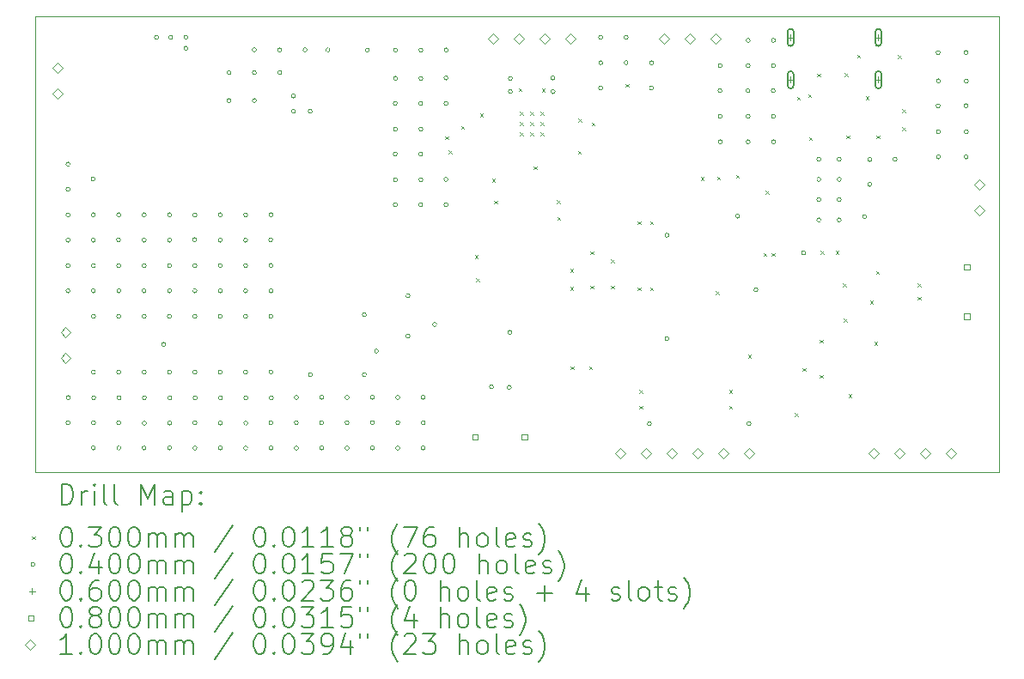
<source format=gbr>
%TF.GenerationSoftware,KiCad,Pcbnew,7.0.7*%
%TF.CreationDate,2023-12-18T21:06:53-05:00*%
%TF.ProjectId,motor_board_pcb,6d6f746f-725f-4626-9f61-72645f706362,rev?*%
%TF.SameCoordinates,Original*%
%TF.FileFunction,Drillmap*%
%TF.FilePolarity,Positive*%
%FSLAX45Y45*%
G04 Gerber Fmt 4.5, Leading zero omitted, Abs format (unit mm)*
G04 Created by KiCad (PCBNEW 7.0.7) date 2023-12-18 21:06:53*
%MOMM*%
%LPD*%
G01*
G04 APERTURE LIST*
%ADD10C,0.100000*%
%ADD11C,0.200000*%
%ADD12C,0.030000*%
%ADD13C,0.040000*%
%ADD14C,0.060000*%
%ADD15C,0.080000*%
G04 APERTURE END LIST*
D10*
X9230000Y-5790000D02*
X18730000Y-5790000D01*
X18730000Y-10290000D01*
X9230000Y-10290000D01*
X9230000Y-5790000D01*
D11*
D12*
X13265000Y-6975000D02*
X13295000Y-7005000D01*
X13295000Y-6975000D02*
X13265000Y-7005000D01*
X13302000Y-7117000D02*
X13332000Y-7147000D01*
X13332000Y-7117000D02*
X13302000Y-7147000D01*
X13425000Y-6875000D02*
X13455000Y-6905000D01*
X13455000Y-6875000D02*
X13425000Y-6905000D01*
X13560000Y-8150000D02*
X13590000Y-8180000D01*
X13590000Y-8150000D02*
X13560000Y-8180000D01*
X13570000Y-8375000D02*
X13600000Y-8405000D01*
X13600000Y-8375000D02*
X13570000Y-8405000D01*
X13610000Y-6750000D02*
X13640000Y-6780000D01*
X13640000Y-6750000D02*
X13610000Y-6780000D01*
X13730000Y-7395000D02*
X13760000Y-7425000D01*
X13760000Y-7395000D02*
X13730000Y-7425000D01*
X13750000Y-7610000D02*
X13780000Y-7640000D01*
X13780000Y-7610000D02*
X13750000Y-7640000D01*
X13990000Y-6502000D02*
X14020000Y-6532000D01*
X14020000Y-6502000D02*
X13990000Y-6532000D01*
X14005000Y-6735000D02*
X14035000Y-6765000D01*
X14035000Y-6735000D02*
X14005000Y-6765000D01*
X14005000Y-6835000D02*
X14035000Y-6865000D01*
X14035000Y-6835000D02*
X14005000Y-6865000D01*
X14005000Y-6935000D02*
X14035000Y-6965000D01*
X14035000Y-6935000D02*
X14005000Y-6965000D01*
X14105000Y-6735000D02*
X14135000Y-6765000D01*
X14135000Y-6735000D02*
X14105000Y-6765000D01*
X14105000Y-6835000D02*
X14135000Y-6865000D01*
X14135000Y-6835000D02*
X14105000Y-6865000D01*
X14105000Y-6935000D02*
X14135000Y-6965000D01*
X14135000Y-6935000D02*
X14105000Y-6965000D01*
X14138000Y-7271000D02*
X14168000Y-7301000D01*
X14168000Y-7271000D02*
X14138000Y-7301000D01*
X14205000Y-6735000D02*
X14235000Y-6765000D01*
X14235000Y-6735000D02*
X14205000Y-6765000D01*
X14205000Y-6835000D02*
X14235000Y-6865000D01*
X14235000Y-6835000D02*
X14205000Y-6865000D01*
X14205000Y-6935000D02*
X14235000Y-6965000D01*
X14235000Y-6935000D02*
X14205000Y-6965000D01*
X14220000Y-6506000D02*
X14250000Y-6536000D01*
X14250000Y-6506000D02*
X14220000Y-6536000D01*
X14370000Y-7607000D02*
X14400000Y-7637000D01*
X14400000Y-7607000D02*
X14370000Y-7637000D01*
X14373000Y-7771000D02*
X14403000Y-7801000D01*
X14403000Y-7771000D02*
X14373000Y-7801000D01*
X14498795Y-8284291D02*
X14528795Y-8314291D01*
X14528795Y-8284291D02*
X14498795Y-8314291D01*
X14500000Y-8460000D02*
X14530000Y-8490000D01*
X14530000Y-8460000D02*
X14500000Y-8490000D01*
X14505000Y-9243897D02*
X14535000Y-9273897D01*
X14535000Y-9243897D02*
X14505000Y-9273897D01*
X14576000Y-7120000D02*
X14606000Y-7150000D01*
X14606000Y-7120000D02*
X14576000Y-7150000D01*
X14580000Y-6800000D02*
X14610000Y-6830000D01*
X14610000Y-6800000D02*
X14580000Y-6830000D01*
X14685000Y-9245000D02*
X14715000Y-9275000D01*
X14715000Y-9245000D02*
X14685000Y-9275000D01*
X14696303Y-8108200D02*
X14726303Y-8138200D01*
X14726303Y-8108200D02*
X14696303Y-8138200D01*
X14700000Y-8450000D02*
X14730000Y-8480000D01*
X14730000Y-8450000D02*
X14700000Y-8480000D01*
X14710000Y-6840000D02*
X14740000Y-6870000D01*
X14740000Y-6840000D02*
X14710000Y-6870000D01*
X14900000Y-8190000D02*
X14930000Y-8220000D01*
X14930000Y-8190000D02*
X14900000Y-8220000D01*
X14900949Y-8449674D02*
X14930949Y-8479674D01*
X14930949Y-8449674D02*
X14900949Y-8479674D01*
X15045811Y-6460000D02*
X15075811Y-6490000D01*
X15075811Y-6460000D02*
X15045811Y-6490000D01*
X15165000Y-7815000D02*
X15195000Y-7845000D01*
X15195000Y-7815000D02*
X15165000Y-7845000D01*
X15165000Y-8465000D02*
X15195000Y-8495000D01*
X15195000Y-8465000D02*
X15165000Y-8495000D01*
X15180000Y-9475000D02*
X15210000Y-9505000D01*
X15210000Y-9475000D02*
X15180000Y-9505000D01*
X15180000Y-9635000D02*
X15210000Y-9665000D01*
X15210000Y-9635000D02*
X15180000Y-9665000D01*
X15285000Y-7815000D02*
X15315000Y-7845000D01*
X15315000Y-7815000D02*
X15285000Y-7845000D01*
X15285000Y-8465000D02*
X15315000Y-8495000D01*
X15315000Y-8465000D02*
X15285000Y-8495000D01*
X15785000Y-7375000D02*
X15815000Y-7405000D01*
X15815000Y-7375000D02*
X15785000Y-7405000D01*
X15935000Y-8505000D02*
X15965000Y-8535000D01*
X15965000Y-8505000D02*
X15935000Y-8535000D01*
X15947000Y-7374000D02*
X15977000Y-7404000D01*
X15977000Y-7374000D02*
X15947000Y-7404000D01*
X16065000Y-9475000D02*
X16095000Y-9505000D01*
X16095000Y-9475000D02*
X16065000Y-9505000D01*
X16065000Y-9635000D02*
X16095000Y-9665000D01*
X16095000Y-9635000D02*
X16065000Y-9665000D01*
X16135000Y-7355000D02*
X16165000Y-7385000D01*
X16165000Y-7355000D02*
X16135000Y-7385000D01*
X16250690Y-9127981D02*
X16280690Y-9157981D01*
X16280690Y-9127981D02*
X16250690Y-9157981D01*
X16405000Y-8125000D02*
X16435000Y-8155000D01*
X16435000Y-8125000D02*
X16405000Y-8155000D01*
X16425000Y-7510431D02*
X16455000Y-7540431D01*
X16455000Y-7510431D02*
X16425000Y-7540431D01*
X16484950Y-8125000D02*
X16514950Y-8155000D01*
X16514950Y-8125000D02*
X16484950Y-8155000D01*
X16715000Y-9705000D02*
X16745000Y-9735000D01*
X16745000Y-9705000D02*
X16715000Y-9735000D01*
X16735000Y-6585000D02*
X16765000Y-6615000D01*
X16765000Y-6585000D02*
X16735000Y-6615000D01*
X16790690Y-9262981D02*
X16820690Y-9292981D01*
X16820690Y-9262981D02*
X16790690Y-9292981D01*
X16845000Y-6560000D02*
X16875000Y-6590000D01*
X16875000Y-6560000D02*
X16845000Y-6590000D01*
X16854000Y-6982000D02*
X16884000Y-7012000D01*
X16884000Y-6982000D02*
X16854000Y-7012000D01*
X16933000Y-6355450D02*
X16963000Y-6385450D01*
X16963000Y-6355450D02*
X16933000Y-6385450D01*
X16960690Y-8982981D02*
X16990690Y-9012981D01*
X16990690Y-8982981D02*
X16960690Y-9012981D01*
X16960690Y-9327981D02*
X16990690Y-9357981D01*
X16990690Y-9327981D02*
X16960690Y-9357981D01*
X16965000Y-8105000D02*
X16995000Y-8135000D01*
X16995000Y-8105000D02*
X16965000Y-8135000D01*
X17115000Y-8105000D02*
X17145000Y-8135000D01*
X17145000Y-8105000D02*
X17115000Y-8135000D01*
X17185000Y-8425000D02*
X17215000Y-8455000D01*
X17215000Y-8425000D02*
X17185000Y-8455000D01*
X17195000Y-8775000D02*
X17225000Y-8805000D01*
X17225000Y-8775000D02*
X17195000Y-8805000D01*
X17204000Y-6354000D02*
X17234000Y-6384000D01*
X17234000Y-6354000D02*
X17204000Y-6384000D01*
X17223000Y-6965000D02*
X17253000Y-6995000D01*
X17253000Y-6965000D02*
X17223000Y-6995000D01*
X17240690Y-9517981D02*
X17270690Y-9547981D01*
X17270690Y-9517981D02*
X17240690Y-9547981D01*
X17326000Y-6169000D02*
X17356000Y-6199000D01*
X17356000Y-6169000D02*
X17326000Y-6199000D01*
X17409783Y-6580354D02*
X17439783Y-6610354D01*
X17439783Y-6580354D02*
X17409783Y-6610354D01*
X17455000Y-8595000D02*
X17485000Y-8625000D01*
X17485000Y-8595000D02*
X17455000Y-8625000D01*
X17495000Y-9005000D02*
X17525000Y-9035000D01*
X17525000Y-9005000D02*
X17495000Y-9035000D01*
X17515000Y-8305000D02*
X17545000Y-8335000D01*
X17545000Y-8305000D02*
X17515000Y-8335000D01*
X17517000Y-6966000D02*
X17547000Y-6996000D01*
X17547000Y-6966000D02*
X17517000Y-6996000D01*
X17727000Y-6174000D02*
X17757000Y-6204000D01*
X17757000Y-6174000D02*
X17727000Y-6204000D01*
X17772000Y-6709000D02*
X17802000Y-6739000D01*
X17802000Y-6709000D02*
X17772000Y-6739000D01*
X17772000Y-6885000D02*
X17802000Y-6915000D01*
X17802000Y-6885000D02*
X17772000Y-6915000D01*
X17925000Y-8425000D02*
X17955000Y-8455000D01*
X17955000Y-8425000D02*
X17925000Y-8455000D01*
X17925000Y-8560000D02*
X17955000Y-8590000D01*
X17955000Y-8560000D02*
X17925000Y-8590000D01*
D13*
X9570000Y-7250000D02*
G75*
G03*
X9570000Y-7250000I-20000J0D01*
G01*
X9570000Y-7500000D02*
G75*
G03*
X9570000Y-7500000I-20000J0D01*
G01*
X9570000Y-7750000D02*
G75*
G03*
X9570000Y-7750000I-20000J0D01*
G01*
X9570000Y-8000000D02*
G75*
G03*
X9570000Y-8000000I-20000J0D01*
G01*
X9570000Y-8250000D02*
G75*
G03*
X9570000Y-8250000I-20000J0D01*
G01*
X9570000Y-8500000D02*
G75*
G03*
X9570000Y-8500000I-20000J0D01*
G01*
X9570000Y-9800000D02*
G75*
G03*
X9570000Y-9800000I-20000J0D01*
G01*
X9572731Y-9554336D02*
G75*
G03*
X9572731Y-9554336I-20000J0D01*
G01*
X9816683Y-7394860D02*
G75*
G03*
X9816683Y-7394860I-20000J0D01*
G01*
X9820000Y-7750000D02*
G75*
G03*
X9820000Y-7750000I-20000J0D01*
G01*
X9820000Y-8000000D02*
G75*
G03*
X9820000Y-8000000I-20000J0D01*
G01*
X9820000Y-8250000D02*
G75*
G03*
X9820000Y-8250000I-20000J0D01*
G01*
X9820000Y-8500000D02*
G75*
G03*
X9820000Y-8500000I-20000J0D01*
G01*
X9820000Y-8750000D02*
G75*
G03*
X9820000Y-8750000I-20000J0D01*
G01*
X9820000Y-9300000D02*
G75*
G03*
X9820000Y-9300000I-20000J0D01*
G01*
X9820000Y-9800000D02*
G75*
G03*
X9820000Y-9800000I-20000J0D01*
G01*
X9820000Y-10050000D02*
G75*
G03*
X9820000Y-10050000I-20000J0D01*
G01*
X9822731Y-9554336D02*
G75*
G03*
X9822731Y-9554336I-20000J0D01*
G01*
X10067269Y-7995664D02*
G75*
G03*
X10067269Y-7995664I-20000J0D01*
G01*
X10070000Y-7750000D02*
G75*
G03*
X10070000Y-7750000I-20000J0D01*
G01*
X10070000Y-8250000D02*
G75*
G03*
X10070000Y-8250000I-20000J0D01*
G01*
X10070000Y-8500000D02*
G75*
G03*
X10070000Y-8500000I-20000J0D01*
G01*
X10070000Y-8750000D02*
G75*
G03*
X10070000Y-8750000I-20000J0D01*
G01*
X10070000Y-9300000D02*
G75*
G03*
X10070000Y-9300000I-20000J0D01*
G01*
X10070000Y-9800000D02*
G75*
G03*
X10070000Y-9800000I-20000J0D01*
G01*
X10070000Y-10050000D02*
G75*
G03*
X10070000Y-10050000I-20000J0D01*
G01*
X10072731Y-9554336D02*
G75*
G03*
X10072731Y-9554336I-20000J0D01*
G01*
X10320000Y-7750000D02*
G75*
G03*
X10320000Y-7750000I-20000J0D01*
G01*
X10320000Y-8000000D02*
G75*
G03*
X10320000Y-8000000I-20000J0D01*
G01*
X10320000Y-8250000D02*
G75*
G03*
X10320000Y-8250000I-20000J0D01*
G01*
X10320000Y-8500000D02*
G75*
G03*
X10320000Y-8500000I-20000J0D01*
G01*
X10320000Y-8750000D02*
G75*
G03*
X10320000Y-8750000I-20000J0D01*
G01*
X10320000Y-9300000D02*
G75*
G03*
X10320000Y-9300000I-20000J0D01*
G01*
X10320000Y-10050000D02*
G75*
G03*
X10320000Y-10050000I-20000J0D01*
G01*
X10322731Y-9554336D02*
G75*
G03*
X10322731Y-9554336I-20000J0D01*
G01*
X10322731Y-9804336D02*
G75*
G03*
X10322731Y-9804336I-20000J0D01*
G01*
X10441683Y-5998000D02*
G75*
G03*
X10441683Y-5998000I-20000J0D01*
G01*
X10511000Y-9027000D02*
G75*
G03*
X10511000Y-9027000I-20000J0D01*
G01*
X10570000Y-7750000D02*
G75*
G03*
X10570000Y-7750000I-20000J0D01*
G01*
X10570000Y-8000000D02*
G75*
G03*
X10570000Y-8000000I-20000J0D01*
G01*
X10570000Y-8250000D02*
G75*
G03*
X10570000Y-8250000I-20000J0D01*
G01*
X10570000Y-8500000D02*
G75*
G03*
X10570000Y-8500000I-20000J0D01*
G01*
X10570000Y-8750000D02*
G75*
G03*
X10570000Y-8750000I-20000J0D01*
G01*
X10570000Y-9300000D02*
G75*
G03*
X10570000Y-9300000I-20000J0D01*
G01*
X10570000Y-10050000D02*
G75*
G03*
X10570000Y-10050000I-20000J0D01*
G01*
X10572731Y-9554336D02*
G75*
G03*
X10572731Y-9554336I-20000J0D01*
G01*
X10572731Y-9804336D02*
G75*
G03*
X10572731Y-9804336I-20000J0D01*
G01*
X10581683Y-5998000D02*
G75*
G03*
X10581683Y-5998000I-20000J0D01*
G01*
X10731683Y-5998000D02*
G75*
G03*
X10731683Y-5998000I-20000J0D01*
G01*
X10731683Y-6108000D02*
G75*
G03*
X10731683Y-6108000I-20000J0D01*
G01*
X10817269Y-7995664D02*
G75*
G03*
X10817269Y-7995664I-20000J0D01*
G01*
X10820000Y-7750000D02*
G75*
G03*
X10820000Y-7750000I-20000J0D01*
G01*
X10820000Y-8250000D02*
G75*
G03*
X10820000Y-8250000I-20000J0D01*
G01*
X10820000Y-8500000D02*
G75*
G03*
X10820000Y-8500000I-20000J0D01*
G01*
X10820000Y-8750000D02*
G75*
G03*
X10820000Y-8750000I-20000J0D01*
G01*
X10820000Y-9300000D02*
G75*
G03*
X10820000Y-9300000I-20000J0D01*
G01*
X10820000Y-9800000D02*
G75*
G03*
X10820000Y-9800000I-20000J0D01*
G01*
X10820000Y-10050000D02*
G75*
G03*
X10820000Y-10050000I-20000J0D01*
G01*
X10822731Y-9554336D02*
G75*
G03*
X10822731Y-9554336I-20000J0D01*
G01*
X11070000Y-7750000D02*
G75*
G03*
X11070000Y-7750000I-20000J0D01*
G01*
X11070000Y-8000000D02*
G75*
G03*
X11070000Y-8000000I-20000J0D01*
G01*
X11070000Y-8250000D02*
G75*
G03*
X11070000Y-8250000I-20000J0D01*
G01*
X11070000Y-8500000D02*
G75*
G03*
X11070000Y-8500000I-20000J0D01*
G01*
X11070000Y-8750000D02*
G75*
G03*
X11070000Y-8750000I-20000J0D01*
G01*
X11070000Y-9300000D02*
G75*
G03*
X11070000Y-9300000I-20000J0D01*
G01*
X11070000Y-10050000D02*
G75*
G03*
X11070000Y-10050000I-20000J0D01*
G01*
X11072731Y-9554336D02*
G75*
G03*
X11072731Y-9554336I-20000J0D01*
G01*
X11072731Y-9804336D02*
G75*
G03*
X11072731Y-9804336I-20000J0D01*
G01*
X11156683Y-6348000D02*
G75*
G03*
X11156683Y-6348000I-20000J0D01*
G01*
X11156683Y-6623000D02*
G75*
G03*
X11156683Y-6623000I-20000J0D01*
G01*
X11320000Y-7750000D02*
G75*
G03*
X11320000Y-7750000I-20000J0D01*
G01*
X11320000Y-8000000D02*
G75*
G03*
X11320000Y-8000000I-20000J0D01*
G01*
X11320000Y-8250000D02*
G75*
G03*
X11320000Y-8250000I-20000J0D01*
G01*
X11320000Y-8500000D02*
G75*
G03*
X11320000Y-8500000I-20000J0D01*
G01*
X11320000Y-8750000D02*
G75*
G03*
X11320000Y-8750000I-20000J0D01*
G01*
X11320000Y-9300000D02*
G75*
G03*
X11320000Y-9300000I-20000J0D01*
G01*
X11320000Y-10050000D02*
G75*
G03*
X11320000Y-10050000I-20000J0D01*
G01*
X11322731Y-9554336D02*
G75*
G03*
X11322731Y-9554336I-20000J0D01*
G01*
X11322731Y-9804336D02*
G75*
G03*
X11322731Y-9804336I-20000J0D01*
G01*
X11406683Y-6123000D02*
G75*
G03*
X11406683Y-6123000I-20000J0D01*
G01*
X11406683Y-6348000D02*
G75*
G03*
X11406683Y-6348000I-20000J0D01*
G01*
X11406683Y-6623000D02*
G75*
G03*
X11406683Y-6623000I-20000J0D01*
G01*
X11567269Y-7995664D02*
G75*
G03*
X11567269Y-7995664I-20000J0D01*
G01*
X11570000Y-7750000D02*
G75*
G03*
X11570000Y-7750000I-20000J0D01*
G01*
X11570000Y-8250000D02*
G75*
G03*
X11570000Y-8250000I-20000J0D01*
G01*
X11570000Y-8500000D02*
G75*
G03*
X11570000Y-8500000I-20000J0D01*
G01*
X11570000Y-8750000D02*
G75*
G03*
X11570000Y-8750000I-20000J0D01*
G01*
X11570000Y-9300000D02*
G75*
G03*
X11570000Y-9300000I-20000J0D01*
G01*
X11570000Y-9800000D02*
G75*
G03*
X11570000Y-9800000I-20000J0D01*
G01*
X11570000Y-10050000D02*
G75*
G03*
X11570000Y-10050000I-20000J0D01*
G01*
X11572731Y-9554336D02*
G75*
G03*
X11572731Y-9554336I-20000J0D01*
G01*
X11656683Y-6123000D02*
G75*
G03*
X11656683Y-6123000I-20000J0D01*
G01*
X11656683Y-6348000D02*
G75*
G03*
X11656683Y-6348000I-20000J0D01*
G01*
X11791138Y-6728048D02*
G75*
G03*
X11791138Y-6728048I-20000J0D01*
G01*
X11791683Y-6578000D02*
G75*
G03*
X11791683Y-6578000I-20000J0D01*
G01*
X11820000Y-9550000D02*
G75*
G03*
X11820000Y-9550000I-20000J0D01*
G01*
X11820000Y-9800000D02*
G75*
G03*
X11820000Y-9800000I-20000J0D01*
G01*
X11820000Y-10050000D02*
G75*
G03*
X11820000Y-10050000I-20000J0D01*
G01*
X11906683Y-6123000D02*
G75*
G03*
X11906683Y-6123000I-20000J0D01*
G01*
X11956683Y-6728000D02*
G75*
G03*
X11956683Y-6728000I-20000J0D01*
G01*
X11960000Y-9326500D02*
G75*
G03*
X11960000Y-9326500I-20000J0D01*
G01*
X12070000Y-9550000D02*
G75*
G03*
X12070000Y-9550000I-20000J0D01*
G01*
X12070000Y-9800000D02*
G75*
G03*
X12070000Y-9800000I-20000J0D01*
G01*
X12070000Y-10050000D02*
G75*
G03*
X12070000Y-10050000I-20000J0D01*
G01*
X12131683Y-6123000D02*
G75*
G03*
X12131683Y-6123000I-20000J0D01*
G01*
X12320000Y-9550000D02*
G75*
G03*
X12320000Y-9550000I-20000J0D01*
G01*
X12320000Y-9800000D02*
G75*
G03*
X12320000Y-9800000I-20000J0D01*
G01*
X12320000Y-10050000D02*
G75*
G03*
X12320000Y-10050000I-20000J0D01*
G01*
X12490000Y-8735000D02*
G75*
G03*
X12490000Y-8735000I-20000J0D01*
G01*
X12490000Y-9326500D02*
G75*
G03*
X12490000Y-9326500I-20000J0D01*
G01*
X12520000Y-6125000D02*
G75*
G03*
X12520000Y-6125000I-20000J0D01*
G01*
X12570000Y-9550000D02*
G75*
G03*
X12570000Y-9550000I-20000J0D01*
G01*
X12570000Y-9800000D02*
G75*
G03*
X12570000Y-9800000I-20000J0D01*
G01*
X12570000Y-10050000D02*
G75*
G03*
X12570000Y-10050000I-20000J0D01*
G01*
X12610000Y-9093500D02*
G75*
G03*
X12610000Y-9093500I-20000J0D01*
G01*
X12795000Y-6650000D02*
G75*
G03*
X12795000Y-6650000I-20000J0D01*
G01*
X12795000Y-7150000D02*
G75*
G03*
X12795000Y-7150000I-20000J0D01*
G01*
X12795000Y-7650000D02*
G75*
G03*
X12795000Y-7650000I-20000J0D01*
G01*
X12797731Y-6125000D02*
G75*
G03*
X12797731Y-6125000I-20000J0D01*
G01*
X12797731Y-6404336D02*
G75*
G03*
X12797731Y-6404336I-20000J0D01*
G01*
X12797731Y-6904336D02*
G75*
G03*
X12797731Y-6904336I-20000J0D01*
G01*
X12797731Y-7404336D02*
G75*
G03*
X12797731Y-7404336I-20000J0D01*
G01*
X12820000Y-9550000D02*
G75*
G03*
X12820000Y-9550000I-20000J0D01*
G01*
X12820000Y-9800000D02*
G75*
G03*
X12820000Y-9800000I-20000J0D01*
G01*
X12820000Y-10050000D02*
G75*
G03*
X12820000Y-10050000I-20000J0D01*
G01*
X12920000Y-8550000D02*
G75*
G03*
X12920000Y-8550000I-20000J0D01*
G01*
X12920000Y-8945000D02*
G75*
G03*
X12920000Y-8945000I-20000J0D01*
G01*
X13045000Y-6650000D02*
G75*
G03*
X13045000Y-6650000I-20000J0D01*
G01*
X13045000Y-7150000D02*
G75*
G03*
X13045000Y-7150000I-20000J0D01*
G01*
X13045000Y-7650000D02*
G75*
G03*
X13045000Y-7650000I-20000J0D01*
G01*
X13047731Y-6125000D02*
G75*
G03*
X13047731Y-6125000I-20000J0D01*
G01*
X13047731Y-6404336D02*
G75*
G03*
X13047731Y-6404336I-20000J0D01*
G01*
X13047731Y-6904336D02*
G75*
G03*
X13047731Y-6904336I-20000J0D01*
G01*
X13047731Y-7404336D02*
G75*
G03*
X13047731Y-7404336I-20000J0D01*
G01*
X13070000Y-9550000D02*
G75*
G03*
X13070000Y-9550000I-20000J0D01*
G01*
X13070000Y-9800000D02*
G75*
G03*
X13070000Y-9800000I-20000J0D01*
G01*
X13070000Y-10050000D02*
G75*
G03*
X13070000Y-10050000I-20000J0D01*
G01*
X13182500Y-8831250D02*
G75*
G03*
X13182500Y-8831250I-20000J0D01*
G01*
X13295000Y-6400000D02*
G75*
G03*
X13295000Y-6400000I-20000J0D01*
G01*
X13295000Y-6650000D02*
G75*
G03*
X13295000Y-6650000I-20000J0D01*
G01*
X13295000Y-7400000D02*
G75*
G03*
X13295000Y-7400000I-20000J0D01*
G01*
X13295000Y-7650000D02*
G75*
G03*
X13295000Y-7650000I-20000J0D01*
G01*
X13297731Y-6125000D02*
G75*
G03*
X13297731Y-6125000I-20000J0D01*
G01*
X13743199Y-9446841D02*
G75*
G03*
X13743199Y-9446841I-20000J0D01*
G01*
X13918199Y-9451841D02*
G75*
G03*
X13918199Y-9451841I-20000J0D01*
G01*
X13925000Y-8910000D02*
G75*
G03*
X13925000Y-8910000I-20000J0D01*
G01*
X13929000Y-6405000D02*
G75*
G03*
X13929000Y-6405000I-20000J0D01*
G01*
X13930000Y-6535000D02*
G75*
G03*
X13930000Y-6535000I-20000J0D01*
G01*
X14348000Y-6400000D02*
G75*
G03*
X14348000Y-6400000I-20000J0D01*
G01*
X14350000Y-6535000D02*
G75*
G03*
X14350000Y-6535000I-20000J0D01*
G01*
X14820000Y-6000000D02*
G75*
G03*
X14820000Y-6000000I-20000J0D01*
G01*
X14820000Y-6250000D02*
G75*
G03*
X14820000Y-6250000I-20000J0D01*
G01*
X14820000Y-6500000D02*
G75*
G03*
X14820000Y-6500000I-20000J0D01*
G01*
X15070000Y-6000000D02*
G75*
G03*
X15070000Y-6000000I-20000J0D01*
G01*
X15070000Y-6250000D02*
G75*
G03*
X15070000Y-6250000I-20000J0D01*
G01*
X15300000Y-9810000D02*
G75*
G03*
X15300000Y-9810000I-20000J0D01*
G01*
X15320000Y-6250000D02*
G75*
G03*
X15320000Y-6250000I-20000J0D01*
G01*
X15320000Y-6500000D02*
G75*
G03*
X15320000Y-6500000I-20000J0D01*
G01*
X15473000Y-7951000D02*
G75*
G03*
X15473000Y-7951000I-20000J0D01*
G01*
X15473000Y-8972000D02*
G75*
G03*
X15473000Y-8972000I-20000J0D01*
G01*
X15995000Y-6525000D02*
G75*
G03*
X15995000Y-6525000I-20000J0D01*
G01*
X15997731Y-6279336D02*
G75*
G03*
X15997731Y-6279336I-20000J0D01*
G01*
X15997731Y-6779336D02*
G75*
G03*
X15997731Y-6779336I-20000J0D01*
G01*
X15997731Y-7029336D02*
G75*
G03*
X15997731Y-7029336I-20000J0D01*
G01*
X16170000Y-7762500D02*
G75*
G03*
X16170000Y-7762500I-20000J0D01*
G01*
X16270000Y-6525000D02*
G75*
G03*
X16270000Y-6525000I-20000J0D01*
G01*
X16272731Y-6029336D02*
G75*
G03*
X16272731Y-6029336I-20000J0D01*
G01*
X16272731Y-6279336D02*
G75*
G03*
X16272731Y-6279336I-20000J0D01*
G01*
X16272731Y-6779336D02*
G75*
G03*
X16272731Y-6779336I-20000J0D01*
G01*
X16272731Y-7029336D02*
G75*
G03*
X16272731Y-7029336I-20000J0D01*
G01*
X16280000Y-9810000D02*
G75*
G03*
X16280000Y-9810000I-20000J0D01*
G01*
X16350000Y-8490000D02*
G75*
G03*
X16350000Y-8490000I-20000J0D01*
G01*
X16520000Y-6525000D02*
G75*
G03*
X16520000Y-6525000I-20000J0D01*
G01*
X16522731Y-6029336D02*
G75*
G03*
X16522731Y-6029336I-20000J0D01*
G01*
X16522731Y-6279336D02*
G75*
G03*
X16522731Y-6279336I-20000J0D01*
G01*
X16522731Y-6779336D02*
G75*
G03*
X16522731Y-6779336I-20000J0D01*
G01*
X16522731Y-7029336D02*
G75*
G03*
X16522731Y-7029336I-20000J0D01*
G01*
X16820000Y-8125000D02*
G75*
G03*
X16820000Y-8125000I-20000J0D01*
G01*
X16970000Y-7200000D02*
G75*
G03*
X16970000Y-7200000I-20000J0D01*
G01*
X16970000Y-7400000D02*
G75*
G03*
X16970000Y-7400000I-20000J0D01*
G01*
X16970000Y-7600000D02*
G75*
G03*
X16970000Y-7600000I-20000J0D01*
G01*
X16970000Y-7800000D02*
G75*
G03*
X16970000Y-7800000I-20000J0D01*
G01*
X17170000Y-7200000D02*
G75*
G03*
X17170000Y-7200000I-20000J0D01*
G01*
X17170000Y-7400000D02*
G75*
G03*
X17170000Y-7400000I-20000J0D01*
G01*
X17170000Y-7600000D02*
G75*
G03*
X17170000Y-7600000I-20000J0D01*
G01*
X17170000Y-7800000D02*
G75*
G03*
X17170000Y-7800000I-20000J0D01*
G01*
X17420000Y-7767403D02*
G75*
G03*
X17420000Y-7767403I-20000J0D01*
G01*
X17470000Y-7450000D02*
G75*
G03*
X17470000Y-7450000I-20000J0D01*
G01*
X17472731Y-7204336D02*
G75*
G03*
X17472731Y-7204336I-20000J0D01*
G01*
X17720000Y-7200000D02*
G75*
G03*
X17720000Y-7200000I-20000J0D01*
G01*
X18145000Y-6150000D02*
G75*
G03*
X18145000Y-6150000I-20000J0D01*
G01*
X18145000Y-6675000D02*
G75*
G03*
X18145000Y-6675000I-20000J0D01*
G01*
X18147731Y-6429336D02*
G75*
G03*
X18147731Y-6429336I-20000J0D01*
G01*
X18147731Y-6929336D02*
G75*
G03*
X18147731Y-6929336I-20000J0D01*
G01*
X18147731Y-7179336D02*
G75*
G03*
X18147731Y-7179336I-20000J0D01*
G01*
X18420000Y-6150000D02*
G75*
G03*
X18420000Y-6150000I-20000J0D01*
G01*
X18420000Y-6675000D02*
G75*
G03*
X18420000Y-6675000I-20000J0D01*
G01*
X18422731Y-6429336D02*
G75*
G03*
X18422731Y-6429336I-20000J0D01*
G01*
X18422731Y-6929336D02*
G75*
G03*
X18422731Y-6929336I-20000J0D01*
G01*
X18422731Y-7179336D02*
G75*
G03*
X18422731Y-7179336I-20000J0D01*
G01*
D14*
X16671500Y-5970000D02*
X16671500Y-6030000D01*
X16641500Y-6000000D02*
X16701500Y-6000000D01*
D11*
X16701500Y-6055000D02*
X16701500Y-5945000D01*
X16701500Y-5945000D02*
G75*
G03*
X16641500Y-5945000I-30000J0D01*
G01*
X16641500Y-5945000D02*
X16641500Y-6055000D01*
X16641500Y-6055000D02*
G75*
G03*
X16701500Y-6055000I30000J0D01*
G01*
D14*
X16671500Y-6388000D02*
X16671500Y-6448000D01*
X16641500Y-6418000D02*
X16701500Y-6418000D01*
D11*
X16701500Y-6473000D02*
X16701500Y-6363000D01*
X16701500Y-6363000D02*
G75*
G03*
X16641500Y-6363000I-30000J0D01*
G01*
X16641500Y-6363000D02*
X16641500Y-6473000D01*
X16641500Y-6473000D02*
G75*
G03*
X16701500Y-6473000I30000J0D01*
G01*
D14*
X17536500Y-5970000D02*
X17536500Y-6030000D01*
X17506500Y-6000000D02*
X17566500Y-6000000D01*
D11*
X17566500Y-6055000D02*
X17566500Y-5945000D01*
X17566500Y-5945000D02*
G75*
G03*
X17506500Y-5945000I-30000J0D01*
G01*
X17506500Y-5945000D02*
X17506500Y-6055000D01*
X17506500Y-6055000D02*
G75*
G03*
X17566500Y-6055000I30000J0D01*
G01*
D14*
X17536500Y-6388000D02*
X17536500Y-6448000D01*
X17506500Y-6418000D02*
X17566500Y-6418000D01*
D11*
X17566500Y-6473000D02*
X17566500Y-6363000D01*
X17566500Y-6363000D02*
G75*
G03*
X17506500Y-6363000I-30000J0D01*
G01*
X17506500Y-6363000D02*
X17506500Y-6473000D01*
X17506500Y-6473000D02*
G75*
G03*
X17566500Y-6473000I30000J0D01*
G01*
D15*
X13590284Y-9968285D02*
X13590284Y-9911716D01*
X13533715Y-9911716D01*
X13533715Y-9968285D01*
X13590284Y-9968285D01*
X14078284Y-9968285D02*
X14078284Y-9911716D01*
X14021715Y-9911716D01*
X14021715Y-9968285D01*
X14078284Y-9968285D01*
X18438285Y-8293284D02*
X18438285Y-8236715D01*
X18381716Y-8236715D01*
X18381716Y-8293284D01*
X18438285Y-8293284D01*
X18438285Y-8781285D02*
X18438285Y-8724716D01*
X18381716Y-8724716D01*
X18381716Y-8781285D01*
X18438285Y-8781285D01*
D10*
X9450000Y-6348500D02*
X9500000Y-6298500D01*
X9450000Y-6248500D01*
X9400000Y-6298500D01*
X9450000Y-6348500D01*
X9450000Y-6602500D02*
X9500000Y-6552500D01*
X9450000Y-6502500D01*
X9400000Y-6552500D01*
X9450000Y-6602500D01*
X9527234Y-8954865D02*
X9577234Y-8904865D01*
X9527234Y-8854865D01*
X9477234Y-8904865D01*
X9527234Y-8954865D01*
X9527234Y-9208865D02*
X9577234Y-9158865D01*
X9527234Y-9108865D01*
X9477234Y-9158865D01*
X9527234Y-9208865D01*
X13740000Y-6060000D02*
X13790000Y-6010000D01*
X13740000Y-5960000D01*
X13690000Y-6010000D01*
X13740000Y-6060000D01*
X13994000Y-6060000D02*
X14044000Y-6010000D01*
X13994000Y-5960000D01*
X13944000Y-6010000D01*
X13994000Y-6060000D01*
X14248000Y-6060000D02*
X14298000Y-6010000D01*
X14248000Y-5960000D01*
X14198000Y-6010000D01*
X14248000Y-6060000D01*
X14502000Y-6060000D02*
X14552000Y-6010000D01*
X14502000Y-5960000D01*
X14452000Y-6010000D01*
X14502000Y-6060000D01*
X14995000Y-10150000D02*
X15045000Y-10100000D01*
X14995000Y-10050000D01*
X14945000Y-10100000D01*
X14995000Y-10150000D01*
X15249000Y-10150000D02*
X15299000Y-10100000D01*
X15249000Y-10050000D01*
X15199000Y-10100000D01*
X15249000Y-10150000D01*
X15422500Y-6060000D02*
X15472500Y-6010000D01*
X15422500Y-5960000D01*
X15372500Y-6010000D01*
X15422500Y-6060000D01*
X15503000Y-10150000D02*
X15553000Y-10100000D01*
X15503000Y-10050000D01*
X15453000Y-10100000D01*
X15503000Y-10150000D01*
X15676500Y-6060000D02*
X15726500Y-6010000D01*
X15676500Y-5960000D01*
X15626500Y-6010000D01*
X15676500Y-6060000D01*
X15757000Y-10150000D02*
X15807000Y-10100000D01*
X15757000Y-10050000D01*
X15707000Y-10100000D01*
X15757000Y-10150000D01*
X15930500Y-6060000D02*
X15980500Y-6010000D01*
X15930500Y-5960000D01*
X15880500Y-6010000D01*
X15930500Y-6060000D01*
X16011000Y-10150000D02*
X16061000Y-10100000D01*
X16011000Y-10050000D01*
X15961000Y-10100000D01*
X16011000Y-10150000D01*
X16265000Y-10150000D02*
X16315000Y-10100000D01*
X16265000Y-10050000D01*
X16215000Y-10100000D01*
X16265000Y-10150000D01*
X17493000Y-10150000D02*
X17543000Y-10100000D01*
X17493000Y-10050000D01*
X17443000Y-10100000D01*
X17493000Y-10150000D01*
X17747000Y-10150000D02*
X17797000Y-10100000D01*
X17747000Y-10050000D01*
X17697000Y-10100000D01*
X17747000Y-10150000D01*
X18001000Y-10150000D02*
X18051000Y-10100000D01*
X18001000Y-10050000D01*
X17951000Y-10100000D01*
X18001000Y-10150000D01*
X18255000Y-10150000D02*
X18305000Y-10100000D01*
X18255000Y-10050000D01*
X18205000Y-10100000D01*
X18255000Y-10150000D01*
X18529000Y-7503500D02*
X18579000Y-7453500D01*
X18529000Y-7403500D01*
X18479000Y-7453500D01*
X18529000Y-7503500D01*
X18529000Y-7757500D02*
X18579000Y-7707500D01*
X18529000Y-7657500D01*
X18479000Y-7707500D01*
X18529000Y-7757500D01*
D11*
X9485777Y-10606484D02*
X9485777Y-10406484D01*
X9485777Y-10406484D02*
X9533396Y-10406484D01*
X9533396Y-10406484D02*
X9561967Y-10416008D01*
X9561967Y-10416008D02*
X9581015Y-10435055D01*
X9581015Y-10435055D02*
X9590539Y-10454103D01*
X9590539Y-10454103D02*
X9600063Y-10492198D01*
X9600063Y-10492198D02*
X9600063Y-10520770D01*
X9600063Y-10520770D02*
X9590539Y-10558865D01*
X9590539Y-10558865D02*
X9581015Y-10577912D01*
X9581015Y-10577912D02*
X9561967Y-10596960D01*
X9561967Y-10596960D02*
X9533396Y-10606484D01*
X9533396Y-10606484D02*
X9485777Y-10606484D01*
X9685777Y-10606484D02*
X9685777Y-10473150D01*
X9685777Y-10511246D02*
X9695301Y-10492198D01*
X9695301Y-10492198D02*
X9704824Y-10482674D01*
X9704824Y-10482674D02*
X9723872Y-10473150D01*
X9723872Y-10473150D02*
X9742920Y-10473150D01*
X9809586Y-10606484D02*
X9809586Y-10473150D01*
X9809586Y-10406484D02*
X9800063Y-10416008D01*
X9800063Y-10416008D02*
X9809586Y-10425531D01*
X9809586Y-10425531D02*
X9819110Y-10416008D01*
X9819110Y-10416008D02*
X9809586Y-10406484D01*
X9809586Y-10406484D02*
X9809586Y-10425531D01*
X9933396Y-10606484D02*
X9914348Y-10596960D01*
X9914348Y-10596960D02*
X9904824Y-10577912D01*
X9904824Y-10577912D02*
X9904824Y-10406484D01*
X10038158Y-10606484D02*
X10019110Y-10596960D01*
X10019110Y-10596960D02*
X10009586Y-10577912D01*
X10009586Y-10577912D02*
X10009586Y-10406484D01*
X10266729Y-10606484D02*
X10266729Y-10406484D01*
X10266729Y-10406484D02*
X10333396Y-10549341D01*
X10333396Y-10549341D02*
X10400063Y-10406484D01*
X10400063Y-10406484D02*
X10400063Y-10606484D01*
X10581015Y-10606484D02*
X10581015Y-10501722D01*
X10581015Y-10501722D02*
X10571491Y-10482674D01*
X10571491Y-10482674D02*
X10552444Y-10473150D01*
X10552444Y-10473150D02*
X10514348Y-10473150D01*
X10514348Y-10473150D02*
X10495301Y-10482674D01*
X10581015Y-10596960D02*
X10561967Y-10606484D01*
X10561967Y-10606484D02*
X10514348Y-10606484D01*
X10514348Y-10606484D02*
X10495301Y-10596960D01*
X10495301Y-10596960D02*
X10485777Y-10577912D01*
X10485777Y-10577912D02*
X10485777Y-10558865D01*
X10485777Y-10558865D02*
X10495301Y-10539817D01*
X10495301Y-10539817D02*
X10514348Y-10530293D01*
X10514348Y-10530293D02*
X10561967Y-10530293D01*
X10561967Y-10530293D02*
X10581015Y-10520770D01*
X10676253Y-10473150D02*
X10676253Y-10673150D01*
X10676253Y-10482674D02*
X10695301Y-10473150D01*
X10695301Y-10473150D02*
X10733396Y-10473150D01*
X10733396Y-10473150D02*
X10752444Y-10482674D01*
X10752444Y-10482674D02*
X10761967Y-10492198D01*
X10761967Y-10492198D02*
X10771491Y-10511246D01*
X10771491Y-10511246D02*
X10771491Y-10568389D01*
X10771491Y-10568389D02*
X10761967Y-10587436D01*
X10761967Y-10587436D02*
X10752444Y-10596960D01*
X10752444Y-10596960D02*
X10733396Y-10606484D01*
X10733396Y-10606484D02*
X10695301Y-10606484D01*
X10695301Y-10606484D02*
X10676253Y-10596960D01*
X10857205Y-10587436D02*
X10866729Y-10596960D01*
X10866729Y-10596960D02*
X10857205Y-10606484D01*
X10857205Y-10606484D02*
X10847682Y-10596960D01*
X10847682Y-10596960D02*
X10857205Y-10587436D01*
X10857205Y-10587436D02*
X10857205Y-10606484D01*
X10857205Y-10482674D02*
X10866729Y-10492198D01*
X10866729Y-10492198D02*
X10857205Y-10501722D01*
X10857205Y-10501722D02*
X10847682Y-10492198D01*
X10847682Y-10492198D02*
X10857205Y-10482674D01*
X10857205Y-10482674D02*
X10857205Y-10501722D01*
D12*
X9195000Y-10920000D02*
X9225000Y-10950000D01*
X9225000Y-10920000D02*
X9195000Y-10950000D01*
D11*
X9523872Y-10826484D02*
X9542920Y-10826484D01*
X9542920Y-10826484D02*
X9561967Y-10836008D01*
X9561967Y-10836008D02*
X9571491Y-10845531D01*
X9571491Y-10845531D02*
X9581015Y-10864579D01*
X9581015Y-10864579D02*
X9590539Y-10902674D01*
X9590539Y-10902674D02*
X9590539Y-10950293D01*
X9590539Y-10950293D02*
X9581015Y-10988389D01*
X9581015Y-10988389D02*
X9571491Y-11007436D01*
X9571491Y-11007436D02*
X9561967Y-11016960D01*
X9561967Y-11016960D02*
X9542920Y-11026484D01*
X9542920Y-11026484D02*
X9523872Y-11026484D01*
X9523872Y-11026484D02*
X9504824Y-11016960D01*
X9504824Y-11016960D02*
X9495301Y-11007436D01*
X9495301Y-11007436D02*
X9485777Y-10988389D01*
X9485777Y-10988389D02*
X9476253Y-10950293D01*
X9476253Y-10950293D02*
X9476253Y-10902674D01*
X9476253Y-10902674D02*
X9485777Y-10864579D01*
X9485777Y-10864579D02*
X9495301Y-10845531D01*
X9495301Y-10845531D02*
X9504824Y-10836008D01*
X9504824Y-10836008D02*
X9523872Y-10826484D01*
X9676253Y-11007436D02*
X9685777Y-11016960D01*
X9685777Y-11016960D02*
X9676253Y-11026484D01*
X9676253Y-11026484D02*
X9666729Y-11016960D01*
X9666729Y-11016960D02*
X9676253Y-11007436D01*
X9676253Y-11007436D02*
X9676253Y-11026484D01*
X9752444Y-10826484D02*
X9876253Y-10826484D01*
X9876253Y-10826484D02*
X9809586Y-10902674D01*
X9809586Y-10902674D02*
X9838158Y-10902674D01*
X9838158Y-10902674D02*
X9857205Y-10912198D01*
X9857205Y-10912198D02*
X9866729Y-10921722D01*
X9866729Y-10921722D02*
X9876253Y-10940770D01*
X9876253Y-10940770D02*
X9876253Y-10988389D01*
X9876253Y-10988389D02*
X9866729Y-11007436D01*
X9866729Y-11007436D02*
X9857205Y-11016960D01*
X9857205Y-11016960D02*
X9838158Y-11026484D01*
X9838158Y-11026484D02*
X9781015Y-11026484D01*
X9781015Y-11026484D02*
X9761967Y-11016960D01*
X9761967Y-11016960D02*
X9752444Y-11007436D01*
X10000063Y-10826484D02*
X10019110Y-10826484D01*
X10019110Y-10826484D02*
X10038158Y-10836008D01*
X10038158Y-10836008D02*
X10047682Y-10845531D01*
X10047682Y-10845531D02*
X10057205Y-10864579D01*
X10057205Y-10864579D02*
X10066729Y-10902674D01*
X10066729Y-10902674D02*
X10066729Y-10950293D01*
X10066729Y-10950293D02*
X10057205Y-10988389D01*
X10057205Y-10988389D02*
X10047682Y-11007436D01*
X10047682Y-11007436D02*
X10038158Y-11016960D01*
X10038158Y-11016960D02*
X10019110Y-11026484D01*
X10019110Y-11026484D02*
X10000063Y-11026484D01*
X10000063Y-11026484D02*
X9981015Y-11016960D01*
X9981015Y-11016960D02*
X9971491Y-11007436D01*
X9971491Y-11007436D02*
X9961967Y-10988389D01*
X9961967Y-10988389D02*
X9952444Y-10950293D01*
X9952444Y-10950293D02*
X9952444Y-10902674D01*
X9952444Y-10902674D02*
X9961967Y-10864579D01*
X9961967Y-10864579D02*
X9971491Y-10845531D01*
X9971491Y-10845531D02*
X9981015Y-10836008D01*
X9981015Y-10836008D02*
X10000063Y-10826484D01*
X10190539Y-10826484D02*
X10209586Y-10826484D01*
X10209586Y-10826484D02*
X10228634Y-10836008D01*
X10228634Y-10836008D02*
X10238158Y-10845531D01*
X10238158Y-10845531D02*
X10247682Y-10864579D01*
X10247682Y-10864579D02*
X10257205Y-10902674D01*
X10257205Y-10902674D02*
X10257205Y-10950293D01*
X10257205Y-10950293D02*
X10247682Y-10988389D01*
X10247682Y-10988389D02*
X10238158Y-11007436D01*
X10238158Y-11007436D02*
X10228634Y-11016960D01*
X10228634Y-11016960D02*
X10209586Y-11026484D01*
X10209586Y-11026484D02*
X10190539Y-11026484D01*
X10190539Y-11026484D02*
X10171491Y-11016960D01*
X10171491Y-11016960D02*
X10161967Y-11007436D01*
X10161967Y-11007436D02*
X10152444Y-10988389D01*
X10152444Y-10988389D02*
X10142920Y-10950293D01*
X10142920Y-10950293D02*
X10142920Y-10902674D01*
X10142920Y-10902674D02*
X10152444Y-10864579D01*
X10152444Y-10864579D02*
X10161967Y-10845531D01*
X10161967Y-10845531D02*
X10171491Y-10836008D01*
X10171491Y-10836008D02*
X10190539Y-10826484D01*
X10342920Y-11026484D02*
X10342920Y-10893150D01*
X10342920Y-10912198D02*
X10352444Y-10902674D01*
X10352444Y-10902674D02*
X10371491Y-10893150D01*
X10371491Y-10893150D02*
X10400063Y-10893150D01*
X10400063Y-10893150D02*
X10419110Y-10902674D01*
X10419110Y-10902674D02*
X10428634Y-10921722D01*
X10428634Y-10921722D02*
X10428634Y-11026484D01*
X10428634Y-10921722D02*
X10438158Y-10902674D01*
X10438158Y-10902674D02*
X10457205Y-10893150D01*
X10457205Y-10893150D02*
X10485777Y-10893150D01*
X10485777Y-10893150D02*
X10504825Y-10902674D01*
X10504825Y-10902674D02*
X10514348Y-10921722D01*
X10514348Y-10921722D02*
X10514348Y-11026484D01*
X10609586Y-11026484D02*
X10609586Y-10893150D01*
X10609586Y-10912198D02*
X10619110Y-10902674D01*
X10619110Y-10902674D02*
X10638158Y-10893150D01*
X10638158Y-10893150D02*
X10666729Y-10893150D01*
X10666729Y-10893150D02*
X10685777Y-10902674D01*
X10685777Y-10902674D02*
X10695301Y-10921722D01*
X10695301Y-10921722D02*
X10695301Y-11026484D01*
X10695301Y-10921722D02*
X10704825Y-10902674D01*
X10704825Y-10902674D02*
X10723872Y-10893150D01*
X10723872Y-10893150D02*
X10752444Y-10893150D01*
X10752444Y-10893150D02*
X10771491Y-10902674D01*
X10771491Y-10902674D02*
X10781015Y-10921722D01*
X10781015Y-10921722D02*
X10781015Y-11026484D01*
X11171491Y-10816960D02*
X11000063Y-11074103D01*
X11428634Y-10826484D02*
X11447682Y-10826484D01*
X11447682Y-10826484D02*
X11466729Y-10836008D01*
X11466729Y-10836008D02*
X11476253Y-10845531D01*
X11476253Y-10845531D02*
X11485777Y-10864579D01*
X11485777Y-10864579D02*
X11495301Y-10902674D01*
X11495301Y-10902674D02*
X11495301Y-10950293D01*
X11495301Y-10950293D02*
X11485777Y-10988389D01*
X11485777Y-10988389D02*
X11476253Y-11007436D01*
X11476253Y-11007436D02*
X11466729Y-11016960D01*
X11466729Y-11016960D02*
X11447682Y-11026484D01*
X11447682Y-11026484D02*
X11428634Y-11026484D01*
X11428634Y-11026484D02*
X11409586Y-11016960D01*
X11409586Y-11016960D02*
X11400063Y-11007436D01*
X11400063Y-11007436D02*
X11390539Y-10988389D01*
X11390539Y-10988389D02*
X11381015Y-10950293D01*
X11381015Y-10950293D02*
X11381015Y-10902674D01*
X11381015Y-10902674D02*
X11390539Y-10864579D01*
X11390539Y-10864579D02*
X11400063Y-10845531D01*
X11400063Y-10845531D02*
X11409586Y-10836008D01*
X11409586Y-10836008D02*
X11428634Y-10826484D01*
X11581015Y-11007436D02*
X11590539Y-11016960D01*
X11590539Y-11016960D02*
X11581015Y-11026484D01*
X11581015Y-11026484D02*
X11571491Y-11016960D01*
X11571491Y-11016960D02*
X11581015Y-11007436D01*
X11581015Y-11007436D02*
X11581015Y-11026484D01*
X11714348Y-10826484D02*
X11733396Y-10826484D01*
X11733396Y-10826484D02*
X11752444Y-10836008D01*
X11752444Y-10836008D02*
X11761967Y-10845531D01*
X11761967Y-10845531D02*
X11771491Y-10864579D01*
X11771491Y-10864579D02*
X11781015Y-10902674D01*
X11781015Y-10902674D02*
X11781015Y-10950293D01*
X11781015Y-10950293D02*
X11771491Y-10988389D01*
X11771491Y-10988389D02*
X11761967Y-11007436D01*
X11761967Y-11007436D02*
X11752444Y-11016960D01*
X11752444Y-11016960D02*
X11733396Y-11026484D01*
X11733396Y-11026484D02*
X11714348Y-11026484D01*
X11714348Y-11026484D02*
X11695301Y-11016960D01*
X11695301Y-11016960D02*
X11685777Y-11007436D01*
X11685777Y-11007436D02*
X11676253Y-10988389D01*
X11676253Y-10988389D02*
X11666729Y-10950293D01*
X11666729Y-10950293D02*
X11666729Y-10902674D01*
X11666729Y-10902674D02*
X11676253Y-10864579D01*
X11676253Y-10864579D02*
X11685777Y-10845531D01*
X11685777Y-10845531D02*
X11695301Y-10836008D01*
X11695301Y-10836008D02*
X11714348Y-10826484D01*
X11971491Y-11026484D02*
X11857206Y-11026484D01*
X11914348Y-11026484D02*
X11914348Y-10826484D01*
X11914348Y-10826484D02*
X11895301Y-10855055D01*
X11895301Y-10855055D02*
X11876253Y-10874103D01*
X11876253Y-10874103D02*
X11857206Y-10883627D01*
X12161967Y-11026484D02*
X12047682Y-11026484D01*
X12104825Y-11026484D02*
X12104825Y-10826484D01*
X12104825Y-10826484D02*
X12085777Y-10855055D01*
X12085777Y-10855055D02*
X12066729Y-10874103D01*
X12066729Y-10874103D02*
X12047682Y-10883627D01*
X12276253Y-10912198D02*
X12257206Y-10902674D01*
X12257206Y-10902674D02*
X12247682Y-10893150D01*
X12247682Y-10893150D02*
X12238158Y-10874103D01*
X12238158Y-10874103D02*
X12238158Y-10864579D01*
X12238158Y-10864579D02*
X12247682Y-10845531D01*
X12247682Y-10845531D02*
X12257206Y-10836008D01*
X12257206Y-10836008D02*
X12276253Y-10826484D01*
X12276253Y-10826484D02*
X12314348Y-10826484D01*
X12314348Y-10826484D02*
X12333396Y-10836008D01*
X12333396Y-10836008D02*
X12342920Y-10845531D01*
X12342920Y-10845531D02*
X12352444Y-10864579D01*
X12352444Y-10864579D02*
X12352444Y-10874103D01*
X12352444Y-10874103D02*
X12342920Y-10893150D01*
X12342920Y-10893150D02*
X12333396Y-10902674D01*
X12333396Y-10902674D02*
X12314348Y-10912198D01*
X12314348Y-10912198D02*
X12276253Y-10912198D01*
X12276253Y-10912198D02*
X12257206Y-10921722D01*
X12257206Y-10921722D02*
X12247682Y-10931246D01*
X12247682Y-10931246D02*
X12238158Y-10950293D01*
X12238158Y-10950293D02*
X12238158Y-10988389D01*
X12238158Y-10988389D02*
X12247682Y-11007436D01*
X12247682Y-11007436D02*
X12257206Y-11016960D01*
X12257206Y-11016960D02*
X12276253Y-11026484D01*
X12276253Y-11026484D02*
X12314348Y-11026484D01*
X12314348Y-11026484D02*
X12333396Y-11016960D01*
X12333396Y-11016960D02*
X12342920Y-11007436D01*
X12342920Y-11007436D02*
X12352444Y-10988389D01*
X12352444Y-10988389D02*
X12352444Y-10950293D01*
X12352444Y-10950293D02*
X12342920Y-10931246D01*
X12342920Y-10931246D02*
X12333396Y-10921722D01*
X12333396Y-10921722D02*
X12314348Y-10912198D01*
X12428634Y-10826484D02*
X12428634Y-10864579D01*
X12504825Y-10826484D02*
X12504825Y-10864579D01*
X12800063Y-11102674D02*
X12790539Y-11093150D01*
X12790539Y-11093150D02*
X12771491Y-11064579D01*
X12771491Y-11064579D02*
X12761968Y-11045531D01*
X12761968Y-11045531D02*
X12752444Y-11016960D01*
X12752444Y-11016960D02*
X12742920Y-10969341D01*
X12742920Y-10969341D02*
X12742920Y-10931246D01*
X12742920Y-10931246D02*
X12752444Y-10883627D01*
X12752444Y-10883627D02*
X12761968Y-10855055D01*
X12761968Y-10855055D02*
X12771491Y-10836008D01*
X12771491Y-10836008D02*
X12790539Y-10807436D01*
X12790539Y-10807436D02*
X12800063Y-10797912D01*
X12857206Y-10826484D02*
X12990539Y-10826484D01*
X12990539Y-10826484D02*
X12904825Y-11026484D01*
X13152444Y-10826484D02*
X13114348Y-10826484D01*
X13114348Y-10826484D02*
X13095301Y-10836008D01*
X13095301Y-10836008D02*
X13085777Y-10845531D01*
X13085777Y-10845531D02*
X13066729Y-10874103D01*
X13066729Y-10874103D02*
X13057206Y-10912198D01*
X13057206Y-10912198D02*
X13057206Y-10988389D01*
X13057206Y-10988389D02*
X13066729Y-11007436D01*
X13066729Y-11007436D02*
X13076253Y-11016960D01*
X13076253Y-11016960D02*
X13095301Y-11026484D01*
X13095301Y-11026484D02*
X13133396Y-11026484D01*
X13133396Y-11026484D02*
X13152444Y-11016960D01*
X13152444Y-11016960D02*
X13161968Y-11007436D01*
X13161968Y-11007436D02*
X13171491Y-10988389D01*
X13171491Y-10988389D02*
X13171491Y-10940770D01*
X13171491Y-10940770D02*
X13161968Y-10921722D01*
X13161968Y-10921722D02*
X13152444Y-10912198D01*
X13152444Y-10912198D02*
X13133396Y-10902674D01*
X13133396Y-10902674D02*
X13095301Y-10902674D01*
X13095301Y-10902674D02*
X13076253Y-10912198D01*
X13076253Y-10912198D02*
X13066729Y-10921722D01*
X13066729Y-10921722D02*
X13057206Y-10940770D01*
X13409587Y-11026484D02*
X13409587Y-10826484D01*
X13495301Y-11026484D02*
X13495301Y-10921722D01*
X13495301Y-10921722D02*
X13485777Y-10902674D01*
X13485777Y-10902674D02*
X13466730Y-10893150D01*
X13466730Y-10893150D02*
X13438158Y-10893150D01*
X13438158Y-10893150D02*
X13419110Y-10902674D01*
X13419110Y-10902674D02*
X13409587Y-10912198D01*
X13619110Y-11026484D02*
X13600063Y-11016960D01*
X13600063Y-11016960D02*
X13590539Y-11007436D01*
X13590539Y-11007436D02*
X13581015Y-10988389D01*
X13581015Y-10988389D02*
X13581015Y-10931246D01*
X13581015Y-10931246D02*
X13590539Y-10912198D01*
X13590539Y-10912198D02*
X13600063Y-10902674D01*
X13600063Y-10902674D02*
X13619110Y-10893150D01*
X13619110Y-10893150D02*
X13647682Y-10893150D01*
X13647682Y-10893150D02*
X13666730Y-10902674D01*
X13666730Y-10902674D02*
X13676253Y-10912198D01*
X13676253Y-10912198D02*
X13685777Y-10931246D01*
X13685777Y-10931246D02*
X13685777Y-10988389D01*
X13685777Y-10988389D02*
X13676253Y-11007436D01*
X13676253Y-11007436D02*
X13666730Y-11016960D01*
X13666730Y-11016960D02*
X13647682Y-11026484D01*
X13647682Y-11026484D02*
X13619110Y-11026484D01*
X13800063Y-11026484D02*
X13781015Y-11016960D01*
X13781015Y-11016960D02*
X13771491Y-10997912D01*
X13771491Y-10997912D02*
X13771491Y-10826484D01*
X13952444Y-11016960D02*
X13933396Y-11026484D01*
X13933396Y-11026484D02*
X13895301Y-11026484D01*
X13895301Y-11026484D02*
X13876253Y-11016960D01*
X13876253Y-11016960D02*
X13866730Y-10997912D01*
X13866730Y-10997912D02*
X13866730Y-10921722D01*
X13866730Y-10921722D02*
X13876253Y-10902674D01*
X13876253Y-10902674D02*
X13895301Y-10893150D01*
X13895301Y-10893150D02*
X13933396Y-10893150D01*
X13933396Y-10893150D02*
X13952444Y-10902674D01*
X13952444Y-10902674D02*
X13961968Y-10921722D01*
X13961968Y-10921722D02*
X13961968Y-10940770D01*
X13961968Y-10940770D02*
X13866730Y-10959817D01*
X14038158Y-11016960D02*
X14057206Y-11026484D01*
X14057206Y-11026484D02*
X14095301Y-11026484D01*
X14095301Y-11026484D02*
X14114349Y-11016960D01*
X14114349Y-11016960D02*
X14123872Y-10997912D01*
X14123872Y-10997912D02*
X14123872Y-10988389D01*
X14123872Y-10988389D02*
X14114349Y-10969341D01*
X14114349Y-10969341D02*
X14095301Y-10959817D01*
X14095301Y-10959817D02*
X14066730Y-10959817D01*
X14066730Y-10959817D02*
X14047682Y-10950293D01*
X14047682Y-10950293D02*
X14038158Y-10931246D01*
X14038158Y-10931246D02*
X14038158Y-10921722D01*
X14038158Y-10921722D02*
X14047682Y-10902674D01*
X14047682Y-10902674D02*
X14066730Y-10893150D01*
X14066730Y-10893150D02*
X14095301Y-10893150D01*
X14095301Y-10893150D02*
X14114349Y-10902674D01*
X14190539Y-11102674D02*
X14200063Y-11093150D01*
X14200063Y-11093150D02*
X14219111Y-11064579D01*
X14219111Y-11064579D02*
X14228634Y-11045531D01*
X14228634Y-11045531D02*
X14238158Y-11016960D01*
X14238158Y-11016960D02*
X14247682Y-10969341D01*
X14247682Y-10969341D02*
X14247682Y-10931246D01*
X14247682Y-10931246D02*
X14238158Y-10883627D01*
X14238158Y-10883627D02*
X14228634Y-10855055D01*
X14228634Y-10855055D02*
X14219111Y-10836008D01*
X14219111Y-10836008D02*
X14200063Y-10807436D01*
X14200063Y-10807436D02*
X14190539Y-10797912D01*
D13*
X9225000Y-11199000D02*
G75*
G03*
X9225000Y-11199000I-20000J0D01*
G01*
D11*
X9523872Y-11090484D02*
X9542920Y-11090484D01*
X9542920Y-11090484D02*
X9561967Y-11100008D01*
X9561967Y-11100008D02*
X9571491Y-11109531D01*
X9571491Y-11109531D02*
X9581015Y-11128579D01*
X9581015Y-11128579D02*
X9590539Y-11166674D01*
X9590539Y-11166674D02*
X9590539Y-11214293D01*
X9590539Y-11214293D02*
X9581015Y-11252388D01*
X9581015Y-11252388D02*
X9571491Y-11271436D01*
X9571491Y-11271436D02*
X9561967Y-11280960D01*
X9561967Y-11280960D02*
X9542920Y-11290484D01*
X9542920Y-11290484D02*
X9523872Y-11290484D01*
X9523872Y-11290484D02*
X9504824Y-11280960D01*
X9504824Y-11280960D02*
X9495301Y-11271436D01*
X9495301Y-11271436D02*
X9485777Y-11252388D01*
X9485777Y-11252388D02*
X9476253Y-11214293D01*
X9476253Y-11214293D02*
X9476253Y-11166674D01*
X9476253Y-11166674D02*
X9485777Y-11128579D01*
X9485777Y-11128579D02*
X9495301Y-11109531D01*
X9495301Y-11109531D02*
X9504824Y-11100008D01*
X9504824Y-11100008D02*
X9523872Y-11090484D01*
X9676253Y-11271436D02*
X9685777Y-11280960D01*
X9685777Y-11280960D02*
X9676253Y-11290484D01*
X9676253Y-11290484D02*
X9666729Y-11280960D01*
X9666729Y-11280960D02*
X9676253Y-11271436D01*
X9676253Y-11271436D02*
X9676253Y-11290484D01*
X9857205Y-11157150D02*
X9857205Y-11290484D01*
X9809586Y-11080960D02*
X9761967Y-11223817D01*
X9761967Y-11223817D02*
X9885777Y-11223817D01*
X10000063Y-11090484D02*
X10019110Y-11090484D01*
X10019110Y-11090484D02*
X10038158Y-11100008D01*
X10038158Y-11100008D02*
X10047682Y-11109531D01*
X10047682Y-11109531D02*
X10057205Y-11128579D01*
X10057205Y-11128579D02*
X10066729Y-11166674D01*
X10066729Y-11166674D02*
X10066729Y-11214293D01*
X10066729Y-11214293D02*
X10057205Y-11252388D01*
X10057205Y-11252388D02*
X10047682Y-11271436D01*
X10047682Y-11271436D02*
X10038158Y-11280960D01*
X10038158Y-11280960D02*
X10019110Y-11290484D01*
X10019110Y-11290484D02*
X10000063Y-11290484D01*
X10000063Y-11290484D02*
X9981015Y-11280960D01*
X9981015Y-11280960D02*
X9971491Y-11271436D01*
X9971491Y-11271436D02*
X9961967Y-11252388D01*
X9961967Y-11252388D02*
X9952444Y-11214293D01*
X9952444Y-11214293D02*
X9952444Y-11166674D01*
X9952444Y-11166674D02*
X9961967Y-11128579D01*
X9961967Y-11128579D02*
X9971491Y-11109531D01*
X9971491Y-11109531D02*
X9981015Y-11100008D01*
X9981015Y-11100008D02*
X10000063Y-11090484D01*
X10190539Y-11090484D02*
X10209586Y-11090484D01*
X10209586Y-11090484D02*
X10228634Y-11100008D01*
X10228634Y-11100008D02*
X10238158Y-11109531D01*
X10238158Y-11109531D02*
X10247682Y-11128579D01*
X10247682Y-11128579D02*
X10257205Y-11166674D01*
X10257205Y-11166674D02*
X10257205Y-11214293D01*
X10257205Y-11214293D02*
X10247682Y-11252388D01*
X10247682Y-11252388D02*
X10238158Y-11271436D01*
X10238158Y-11271436D02*
X10228634Y-11280960D01*
X10228634Y-11280960D02*
X10209586Y-11290484D01*
X10209586Y-11290484D02*
X10190539Y-11290484D01*
X10190539Y-11290484D02*
X10171491Y-11280960D01*
X10171491Y-11280960D02*
X10161967Y-11271436D01*
X10161967Y-11271436D02*
X10152444Y-11252388D01*
X10152444Y-11252388D02*
X10142920Y-11214293D01*
X10142920Y-11214293D02*
X10142920Y-11166674D01*
X10142920Y-11166674D02*
X10152444Y-11128579D01*
X10152444Y-11128579D02*
X10161967Y-11109531D01*
X10161967Y-11109531D02*
X10171491Y-11100008D01*
X10171491Y-11100008D02*
X10190539Y-11090484D01*
X10342920Y-11290484D02*
X10342920Y-11157150D01*
X10342920Y-11176198D02*
X10352444Y-11166674D01*
X10352444Y-11166674D02*
X10371491Y-11157150D01*
X10371491Y-11157150D02*
X10400063Y-11157150D01*
X10400063Y-11157150D02*
X10419110Y-11166674D01*
X10419110Y-11166674D02*
X10428634Y-11185722D01*
X10428634Y-11185722D02*
X10428634Y-11290484D01*
X10428634Y-11185722D02*
X10438158Y-11166674D01*
X10438158Y-11166674D02*
X10457205Y-11157150D01*
X10457205Y-11157150D02*
X10485777Y-11157150D01*
X10485777Y-11157150D02*
X10504825Y-11166674D01*
X10504825Y-11166674D02*
X10514348Y-11185722D01*
X10514348Y-11185722D02*
X10514348Y-11290484D01*
X10609586Y-11290484D02*
X10609586Y-11157150D01*
X10609586Y-11176198D02*
X10619110Y-11166674D01*
X10619110Y-11166674D02*
X10638158Y-11157150D01*
X10638158Y-11157150D02*
X10666729Y-11157150D01*
X10666729Y-11157150D02*
X10685777Y-11166674D01*
X10685777Y-11166674D02*
X10695301Y-11185722D01*
X10695301Y-11185722D02*
X10695301Y-11290484D01*
X10695301Y-11185722D02*
X10704825Y-11166674D01*
X10704825Y-11166674D02*
X10723872Y-11157150D01*
X10723872Y-11157150D02*
X10752444Y-11157150D01*
X10752444Y-11157150D02*
X10771491Y-11166674D01*
X10771491Y-11166674D02*
X10781015Y-11185722D01*
X10781015Y-11185722D02*
X10781015Y-11290484D01*
X11171491Y-11080960D02*
X11000063Y-11338103D01*
X11428634Y-11090484D02*
X11447682Y-11090484D01*
X11447682Y-11090484D02*
X11466729Y-11100008D01*
X11466729Y-11100008D02*
X11476253Y-11109531D01*
X11476253Y-11109531D02*
X11485777Y-11128579D01*
X11485777Y-11128579D02*
X11495301Y-11166674D01*
X11495301Y-11166674D02*
X11495301Y-11214293D01*
X11495301Y-11214293D02*
X11485777Y-11252388D01*
X11485777Y-11252388D02*
X11476253Y-11271436D01*
X11476253Y-11271436D02*
X11466729Y-11280960D01*
X11466729Y-11280960D02*
X11447682Y-11290484D01*
X11447682Y-11290484D02*
X11428634Y-11290484D01*
X11428634Y-11290484D02*
X11409586Y-11280960D01*
X11409586Y-11280960D02*
X11400063Y-11271436D01*
X11400063Y-11271436D02*
X11390539Y-11252388D01*
X11390539Y-11252388D02*
X11381015Y-11214293D01*
X11381015Y-11214293D02*
X11381015Y-11166674D01*
X11381015Y-11166674D02*
X11390539Y-11128579D01*
X11390539Y-11128579D02*
X11400063Y-11109531D01*
X11400063Y-11109531D02*
X11409586Y-11100008D01*
X11409586Y-11100008D02*
X11428634Y-11090484D01*
X11581015Y-11271436D02*
X11590539Y-11280960D01*
X11590539Y-11280960D02*
X11581015Y-11290484D01*
X11581015Y-11290484D02*
X11571491Y-11280960D01*
X11571491Y-11280960D02*
X11581015Y-11271436D01*
X11581015Y-11271436D02*
X11581015Y-11290484D01*
X11714348Y-11090484D02*
X11733396Y-11090484D01*
X11733396Y-11090484D02*
X11752444Y-11100008D01*
X11752444Y-11100008D02*
X11761967Y-11109531D01*
X11761967Y-11109531D02*
X11771491Y-11128579D01*
X11771491Y-11128579D02*
X11781015Y-11166674D01*
X11781015Y-11166674D02*
X11781015Y-11214293D01*
X11781015Y-11214293D02*
X11771491Y-11252388D01*
X11771491Y-11252388D02*
X11761967Y-11271436D01*
X11761967Y-11271436D02*
X11752444Y-11280960D01*
X11752444Y-11280960D02*
X11733396Y-11290484D01*
X11733396Y-11290484D02*
X11714348Y-11290484D01*
X11714348Y-11290484D02*
X11695301Y-11280960D01*
X11695301Y-11280960D02*
X11685777Y-11271436D01*
X11685777Y-11271436D02*
X11676253Y-11252388D01*
X11676253Y-11252388D02*
X11666729Y-11214293D01*
X11666729Y-11214293D02*
X11666729Y-11166674D01*
X11666729Y-11166674D02*
X11676253Y-11128579D01*
X11676253Y-11128579D02*
X11685777Y-11109531D01*
X11685777Y-11109531D02*
X11695301Y-11100008D01*
X11695301Y-11100008D02*
X11714348Y-11090484D01*
X11971491Y-11290484D02*
X11857206Y-11290484D01*
X11914348Y-11290484D02*
X11914348Y-11090484D01*
X11914348Y-11090484D02*
X11895301Y-11119055D01*
X11895301Y-11119055D02*
X11876253Y-11138103D01*
X11876253Y-11138103D02*
X11857206Y-11147627D01*
X12152444Y-11090484D02*
X12057206Y-11090484D01*
X12057206Y-11090484D02*
X12047682Y-11185722D01*
X12047682Y-11185722D02*
X12057206Y-11176198D01*
X12057206Y-11176198D02*
X12076253Y-11166674D01*
X12076253Y-11166674D02*
X12123872Y-11166674D01*
X12123872Y-11166674D02*
X12142920Y-11176198D01*
X12142920Y-11176198D02*
X12152444Y-11185722D01*
X12152444Y-11185722D02*
X12161967Y-11204769D01*
X12161967Y-11204769D02*
X12161967Y-11252388D01*
X12161967Y-11252388D02*
X12152444Y-11271436D01*
X12152444Y-11271436D02*
X12142920Y-11280960D01*
X12142920Y-11280960D02*
X12123872Y-11290484D01*
X12123872Y-11290484D02*
X12076253Y-11290484D01*
X12076253Y-11290484D02*
X12057206Y-11280960D01*
X12057206Y-11280960D02*
X12047682Y-11271436D01*
X12228634Y-11090484D02*
X12361967Y-11090484D01*
X12361967Y-11090484D02*
X12276253Y-11290484D01*
X12428634Y-11090484D02*
X12428634Y-11128579D01*
X12504825Y-11090484D02*
X12504825Y-11128579D01*
X12800063Y-11366674D02*
X12790539Y-11357150D01*
X12790539Y-11357150D02*
X12771491Y-11328579D01*
X12771491Y-11328579D02*
X12761968Y-11309531D01*
X12761968Y-11309531D02*
X12752444Y-11280960D01*
X12752444Y-11280960D02*
X12742920Y-11233341D01*
X12742920Y-11233341D02*
X12742920Y-11195246D01*
X12742920Y-11195246D02*
X12752444Y-11147627D01*
X12752444Y-11147627D02*
X12761968Y-11119055D01*
X12761968Y-11119055D02*
X12771491Y-11100008D01*
X12771491Y-11100008D02*
X12790539Y-11071436D01*
X12790539Y-11071436D02*
X12800063Y-11061912D01*
X12866729Y-11109531D02*
X12876253Y-11100008D01*
X12876253Y-11100008D02*
X12895301Y-11090484D01*
X12895301Y-11090484D02*
X12942920Y-11090484D01*
X12942920Y-11090484D02*
X12961968Y-11100008D01*
X12961968Y-11100008D02*
X12971491Y-11109531D01*
X12971491Y-11109531D02*
X12981015Y-11128579D01*
X12981015Y-11128579D02*
X12981015Y-11147627D01*
X12981015Y-11147627D02*
X12971491Y-11176198D01*
X12971491Y-11176198D02*
X12857206Y-11290484D01*
X12857206Y-11290484D02*
X12981015Y-11290484D01*
X13104825Y-11090484D02*
X13123872Y-11090484D01*
X13123872Y-11090484D02*
X13142920Y-11100008D01*
X13142920Y-11100008D02*
X13152444Y-11109531D01*
X13152444Y-11109531D02*
X13161968Y-11128579D01*
X13161968Y-11128579D02*
X13171491Y-11166674D01*
X13171491Y-11166674D02*
X13171491Y-11214293D01*
X13171491Y-11214293D02*
X13161968Y-11252388D01*
X13161968Y-11252388D02*
X13152444Y-11271436D01*
X13152444Y-11271436D02*
X13142920Y-11280960D01*
X13142920Y-11280960D02*
X13123872Y-11290484D01*
X13123872Y-11290484D02*
X13104825Y-11290484D01*
X13104825Y-11290484D02*
X13085777Y-11280960D01*
X13085777Y-11280960D02*
X13076253Y-11271436D01*
X13076253Y-11271436D02*
X13066729Y-11252388D01*
X13066729Y-11252388D02*
X13057206Y-11214293D01*
X13057206Y-11214293D02*
X13057206Y-11166674D01*
X13057206Y-11166674D02*
X13066729Y-11128579D01*
X13066729Y-11128579D02*
X13076253Y-11109531D01*
X13076253Y-11109531D02*
X13085777Y-11100008D01*
X13085777Y-11100008D02*
X13104825Y-11090484D01*
X13295301Y-11090484D02*
X13314349Y-11090484D01*
X13314349Y-11090484D02*
X13333396Y-11100008D01*
X13333396Y-11100008D02*
X13342920Y-11109531D01*
X13342920Y-11109531D02*
X13352444Y-11128579D01*
X13352444Y-11128579D02*
X13361968Y-11166674D01*
X13361968Y-11166674D02*
X13361968Y-11214293D01*
X13361968Y-11214293D02*
X13352444Y-11252388D01*
X13352444Y-11252388D02*
X13342920Y-11271436D01*
X13342920Y-11271436D02*
X13333396Y-11280960D01*
X13333396Y-11280960D02*
X13314349Y-11290484D01*
X13314349Y-11290484D02*
X13295301Y-11290484D01*
X13295301Y-11290484D02*
X13276253Y-11280960D01*
X13276253Y-11280960D02*
X13266729Y-11271436D01*
X13266729Y-11271436D02*
X13257206Y-11252388D01*
X13257206Y-11252388D02*
X13247682Y-11214293D01*
X13247682Y-11214293D02*
X13247682Y-11166674D01*
X13247682Y-11166674D02*
X13257206Y-11128579D01*
X13257206Y-11128579D02*
X13266729Y-11109531D01*
X13266729Y-11109531D02*
X13276253Y-11100008D01*
X13276253Y-11100008D02*
X13295301Y-11090484D01*
X13600063Y-11290484D02*
X13600063Y-11090484D01*
X13685777Y-11290484D02*
X13685777Y-11185722D01*
X13685777Y-11185722D02*
X13676253Y-11166674D01*
X13676253Y-11166674D02*
X13657206Y-11157150D01*
X13657206Y-11157150D02*
X13628634Y-11157150D01*
X13628634Y-11157150D02*
X13609587Y-11166674D01*
X13609587Y-11166674D02*
X13600063Y-11176198D01*
X13809587Y-11290484D02*
X13790539Y-11280960D01*
X13790539Y-11280960D02*
X13781015Y-11271436D01*
X13781015Y-11271436D02*
X13771491Y-11252388D01*
X13771491Y-11252388D02*
X13771491Y-11195246D01*
X13771491Y-11195246D02*
X13781015Y-11176198D01*
X13781015Y-11176198D02*
X13790539Y-11166674D01*
X13790539Y-11166674D02*
X13809587Y-11157150D01*
X13809587Y-11157150D02*
X13838158Y-11157150D01*
X13838158Y-11157150D02*
X13857206Y-11166674D01*
X13857206Y-11166674D02*
X13866730Y-11176198D01*
X13866730Y-11176198D02*
X13876253Y-11195246D01*
X13876253Y-11195246D02*
X13876253Y-11252388D01*
X13876253Y-11252388D02*
X13866730Y-11271436D01*
X13866730Y-11271436D02*
X13857206Y-11280960D01*
X13857206Y-11280960D02*
X13838158Y-11290484D01*
X13838158Y-11290484D02*
X13809587Y-11290484D01*
X13990539Y-11290484D02*
X13971491Y-11280960D01*
X13971491Y-11280960D02*
X13961968Y-11261912D01*
X13961968Y-11261912D02*
X13961968Y-11090484D01*
X14142920Y-11280960D02*
X14123872Y-11290484D01*
X14123872Y-11290484D02*
X14085777Y-11290484D01*
X14085777Y-11290484D02*
X14066730Y-11280960D01*
X14066730Y-11280960D02*
X14057206Y-11261912D01*
X14057206Y-11261912D02*
X14057206Y-11185722D01*
X14057206Y-11185722D02*
X14066730Y-11166674D01*
X14066730Y-11166674D02*
X14085777Y-11157150D01*
X14085777Y-11157150D02*
X14123872Y-11157150D01*
X14123872Y-11157150D02*
X14142920Y-11166674D01*
X14142920Y-11166674D02*
X14152444Y-11185722D01*
X14152444Y-11185722D02*
X14152444Y-11204769D01*
X14152444Y-11204769D02*
X14057206Y-11223817D01*
X14228634Y-11280960D02*
X14247682Y-11290484D01*
X14247682Y-11290484D02*
X14285777Y-11290484D01*
X14285777Y-11290484D02*
X14304825Y-11280960D01*
X14304825Y-11280960D02*
X14314349Y-11261912D01*
X14314349Y-11261912D02*
X14314349Y-11252388D01*
X14314349Y-11252388D02*
X14304825Y-11233341D01*
X14304825Y-11233341D02*
X14285777Y-11223817D01*
X14285777Y-11223817D02*
X14257206Y-11223817D01*
X14257206Y-11223817D02*
X14238158Y-11214293D01*
X14238158Y-11214293D02*
X14228634Y-11195246D01*
X14228634Y-11195246D02*
X14228634Y-11185722D01*
X14228634Y-11185722D02*
X14238158Y-11166674D01*
X14238158Y-11166674D02*
X14257206Y-11157150D01*
X14257206Y-11157150D02*
X14285777Y-11157150D01*
X14285777Y-11157150D02*
X14304825Y-11166674D01*
X14381015Y-11366674D02*
X14390539Y-11357150D01*
X14390539Y-11357150D02*
X14409587Y-11328579D01*
X14409587Y-11328579D02*
X14419111Y-11309531D01*
X14419111Y-11309531D02*
X14428634Y-11280960D01*
X14428634Y-11280960D02*
X14438158Y-11233341D01*
X14438158Y-11233341D02*
X14438158Y-11195246D01*
X14438158Y-11195246D02*
X14428634Y-11147627D01*
X14428634Y-11147627D02*
X14419111Y-11119055D01*
X14419111Y-11119055D02*
X14409587Y-11100008D01*
X14409587Y-11100008D02*
X14390539Y-11071436D01*
X14390539Y-11071436D02*
X14381015Y-11061912D01*
D14*
X9195000Y-11433000D02*
X9195000Y-11493000D01*
X9165000Y-11463000D02*
X9225000Y-11463000D01*
D11*
X9523872Y-11354484D02*
X9542920Y-11354484D01*
X9542920Y-11354484D02*
X9561967Y-11364008D01*
X9561967Y-11364008D02*
X9571491Y-11373531D01*
X9571491Y-11373531D02*
X9581015Y-11392579D01*
X9581015Y-11392579D02*
X9590539Y-11430674D01*
X9590539Y-11430674D02*
X9590539Y-11478293D01*
X9590539Y-11478293D02*
X9581015Y-11516388D01*
X9581015Y-11516388D02*
X9571491Y-11535436D01*
X9571491Y-11535436D02*
X9561967Y-11544960D01*
X9561967Y-11544960D02*
X9542920Y-11554484D01*
X9542920Y-11554484D02*
X9523872Y-11554484D01*
X9523872Y-11554484D02*
X9504824Y-11544960D01*
X9504824Y-11544960D02*
X9495301Y-11535436D01*
X9495301Y-11535436D02*
X9485777Y-11516388D01*
X9485777Y-11516388D02*
X9476253Y-11478293D01*
X9476253Y-11478293D02*
X9476253Y-11430674D01*
X9476253Y-11430674D02*
X9485777Y-11392579D01*
X9485777Y-11392579D02*
X9495301Y-11373531D01*
X9495301Y-11373531D02*
X9504824Y-11364008D01*
X9504824Y-11364008D02*
X9523872Y-11354484D01*
X9676253Y-11535436D02*
X9685777Y-11544960D01*
X9685777Y-11544960D02*
X9676253Y-11554484D01*
X9676253Y-11554484D02*
X9666729Y-11544960D01*
X9666729Y-11544960D02*
X9676253Y-11535436D01*
X9676253Y-11535436D02*
X9676253Y-11554484D01*
X9857205Y-11354484D02*
X9819110Y-11354484D01*
X9819110Y-11354484D02*
X9800063Y-11364008D01*
X9800063Y-11364008D02*
X9790539Y-11373531D01*
X9790539Y-11373531D02*
X9771491Y-11402103D01*
X9771491Y-11402103D02*
X9761967Y-11440198D01*
X9761967Y-11440198D02*
X9761967Y-11516388D01*
X9761967Y-11516388D02*
X9771491Y-11535436D01*
X9771491Y-11535436D02*
X9781015Y-11544960D01*
X9781015Y-11544960D02*
X9800063Y-11554484D01*
X9800063Y-11554484D02*
X9838158Y-11554484D01*
X9838158Y-11554484D02*
X9857205Y-11544960D01*
X9857205Y-11544960D02*
X9866729Y-11535436D01*
X9866729Y-11535436D02*
X9876253Y-11516388D01*
X9876253Y-11516388D02*
X9876253Y-11468769D01*
X9876253Y-11468769D02*
X9866729Y-11449722D01*
X9866729Y-11449722D02*
X9857205Y-11440198D01*
X9857205Y-11440198D02*
X9838158Y-11430674D01*
X9838158Y-11430674D02*
X9800063Y-11430674D01*
X9800063Y-11430674D02*
X9781015Y-11440198D01*
X9781015Y-11440198D02*
X9771491Y-11449722D01*
X9771491Y-11449722D02*
X9761967Y-11468769D01*
X10000063Y-11354484D02*
X10019110Y-11354484D01*
X10019110Y-11354484D02*
X10038158Y-11364008D01*
X10038158Y-11364008D02*
X10047682Y-11373531D01*
X10047682Y-11373531D02*
X10057205Y-11392579D01*
X10057205Y-11392579D02*
X10066729Y-11430674D01*
X10066729Y-11430674D02*
X10066729Y-11478293D01*
X10066729Y-11478293D02*
X10057205Y-11516388D01*
X10057205Y-11516388D02*
X10047682Y-11535436D01*
X10047682Y-11535436D02*
X10038158Y-11544960D01*
X10038158Y-11544960D02*
X10019110Y-11554484D01*
X10019110Y-11554484D02*
X10000063Y-11554484D01*
X10000063Y-11554484D02*
X9981015Y-11544960D01*
X9981015Y-11544960D02*
X9971491Y-11535436D01*
X9971491Y-11535436D02*
X9961967Y-11516388D01*
X9961967Y-11516388D02*
X9952444Y-11478293D01*
X9952444Y-11478293D02*
X9952444Y-11430674D01*
X9952444Y-11430674D02*
X9961967Y-11392579D01*
X9961967Y-11392579D02*
X9971491Y-11373531D01*
X9971491Y-11373531D02*
X9981015Y-11364008D01*
X9981015Y-11364008D02*
X10000063Y-11354484D01*
X10190539Y-11354484D02*
X10209586Y-11354484D01*
X10209586Y-11354484D02*
X10228634Y-11364008D01*
X10228634Y-11364008D02*
X10238158Y-11373531D01*
X10238158Y-11373531D02*
X10247682Y-11392579D01*
X10247682Y-11392579D02*
X10257205Y-11430674D01*
X10257205Y-11430674D02*
X10257205Y-11478293D01*
X10257205Y-11478293D02*
X10247682Y-11516388D01*
X10247682Y-11516388D02*
X10238158Y-11535436D01*
X10238158Y-11535436D02*
X10228634Y-11544960D01*
X10228634Y-11544960D02*
X10209586Y-11554484D01*
X10209586Y-11554484D02*
X10190539Y-11554484D01*
X10190539Y-11554484D02*
X10171491Y-11544960D01*
X10171491Y-11544960D02*
X10161967Y-11535436D01*
X10161967Y-11535436D02*
X10152444Y-11516388D01*
X10152444Y-11516388D02*
X10142920Y-11478293D01*
X10142920Y-11478293D02*
X10142920Y-11430674D01*
X10142920Y-11430674D02*
X10152444Y-11392579D01*
X10152444Y-11392579D02*
X10161967Y-11373531D01*
X10161967Y-11373531D02*
X10171491Y-11364008D01*
X10171491Y-11364008D02*
X10190539Y-11354484D01*
X10342920Y-11554484D02*
X10342920Y-11421150D01*
X10342920Y-11440198D02*
X10352444Y-11430674D01*
X10352444Y-11430674D02*
X10371491Y-11421150D01*
X10371491Y-11421150D02*
X10400063Y-11421150D01*
X10400063Y-11421150D02*
X10419110Y-11430674D01*
X10419110Y-11430674D02*
X10428634Y-11449722D01*
X10428634Y-11449722D02*
X10428634Y-11554484D01*
X10428634Y-11449722D02*
X10438158Y-11430674D01*
X10438158Y-11430674D02*
X10457205Y-11421150D01*
X10457205Y-11421150D02*
X10485777Y-11421150D01*
X10485777Y-11421150D02*
X10504825Y-11430674D01*
X10504825Y-11430674D02*
X10514348Y-11449722D01*
X10514348Y-11449722D02*
X10514348Y-11554484D01*
X10609586Y-11554484D02*
X10609586Y-11421150D01*
X10609586Y-11440198D02*
X10619110Y-11430674D01*
X10619110Y-11430674D02*
X10638158Y-11421150D01*
X10638158Y-11421150D02*
X10666729Y-11421150D01*
X10666729Y-11421150D02*
X10685777Y-11430674D01*
X10685777Y-11430674D02*
X10695301Y-11449722D01*
X10695301Y-11449722D02*
X10695301Y-11554484D01*
X10695301Y-11449722D02*
X10704825Y-11430674D01*
X10704825Y-11430674D02*
X10723872Y-11421150D01*
X10723872Y-11421150D02*
X10752444Y-11421150D01*
X10752444Y-11421150D02*
X10771491Y-11430674D01*
X10771491Y-11430674D02*
X10781015Y-11449722D01*
X10781015Y-11449722D02*
X10781015Y-11554484D01*
X11171491Y-11344960D02*
X11000063Y-11602103D01*
X11428634Y-11354484D02*
X11447682Y-11354484D01*
X11447682Y-11354484D02*
X11466729Y-11364008D01*
X11466729Y-11364008D02*
X11476253Y-11373531D01*
X11476253Y-11373531D02*
X11485777Y-11392579D01*
X11485777Y-11392579D02*
X11495301Y-11430674D01*
X11495301Y-11430674D02*
X11495301Y-11478293D01*
X11495301Y-11478293D02*
X11485777Y-11516388D01*
X11485777Y-11516388D02*
X11476253Y-11535436D01*
X11476253Y-11535436D02*
X11466729Y-11544960D01*
X11466729Y-11544960D02*
X11447682Y-11554484D01*
X11447682Y-11554484D02*
X11428634Y-11554484D01*
X11428634Y-11554484D02*
X11409586Y-11544960D01*
X11409586Y-11544960D02*
X11400063Y-11535436D01*
X11400063Y-11535436D02*
X11390539Y-11516388D01*
X11390539Y-11516388D02*
X11381015Y-11478293D01*
X11381015Y-11478293D02*
X11381015Y-11430674D01*
X11381015Y-11430674D02*
X11390539Y-11392579D01*
X11390539Y-11392579D02*
X11400063Y-11373531D01*
X11400063Y-11373531D02*
X11409586Y-11364008D01*
X11409586Y-11364008D02*
X11428634Y-11354484D01*
X11581015Y-11535436D02*
X11590539Y-11544960D01*
X11590539Y-11544960D02*
X11581015Y-11554484D01*
X11581015Y-11554484D02*
X11571491Y-11544960D01*
X11571491Y-11544960D02*
X11581015Y-11535436D01*
X11581015Y-11535436D02*
X11581015Y-11554484D01*
X11714348Y-11354484D02*
X11733396Y-11354484D01*
X11733396Y-11354484D02*
X11752444Y-11364008D01*
X11752444Y-11364008D02*
X11761967Y-11373531D01*
X11761967Y-11373531D02*
X11771491Y-11392579D01*
X11771491Y-11392579D02*
X11781015Y-11430674D01*
X11781015Y-11430674D02*
X11781015Y-11478293D01*
X11781015Y-11478293D02*
X11771491Y-11516388D01*
X11771491Y-11516388D02*
X11761967Y-11535436D01*
X11761967Y-11535436D02*
X11752444Y-11544960D01*
X11752444Y-11544960D02*
X11733396Y-11554484D01*
X11733396Y-11554484D02*
X11714348Y-11554484D01*
X11714348Y-11554484D02*
X11695301Y-11544960D01*
X11695301Y-11544960D02*
X11685777Y-11535436D01*
X11685777Y-11535436D02*
X11676253Y-11516388D01*
X11676253Y-11516388D02*
X11666729Y-11478293D01*
X11666729Y-11478293D02*
X11666729Y-11430674D01*
X11666729Y-11430674D02*
X11676253Y-11392579D01*
X11676253Y-11392579D02*
X11685777Y-11373531D01*
X11685777Y-11373531D02*
X11695301Y-11364008D01*
X11695301Y-11364008D02*
X11714348Y-11354484D01*
X11857206Y-11373531D02*
X11866729Y-11364008D01*
X11866729Y-11364008D02*
X11885777Y-11354484D01*
X11885777Y-11354484D02*
X11933396Y-11354484D01*
X11933396Y-11354484D02*
X11952444Y-11364008D01*
X11952444Y-11364008D02*
X11961967Y-11373531D01*
X11961967Y-11373531D02*
X11971491Y-11392579D01*
X11971491Y-11392579D02*
X11971491Y-11411627D01*
X11971491Y-11411627D02*
X11961967Y-11440198D01*
X11961967Y-11440198D02*
X11847682Y-11554484D01*
X11847682Y-11554484D02*
X11971491Y-11554484D01*
X12038158Y-11354484D02*
X12161967Y-11354484D01*
X12161967Y-11354484D02*
X12095301Y-11430674D01*
X12095301Y-11430674D02*
X12123872Y-11430674D01*
X12123872Y-11430674D02*
X12142920Y-11440198D01*
X12142920Y-11440198D02*
X12152444Y-11449722D01*
X12152444Y-11449722D02*
X12161967Y-11468769D01*
X12161967Y-11468769D02*
X12161967Y-11516388D01*
X12161967Y-11516388D02*
X12152444Y-11535436D01*
X12152444Y-11535436D02*
X12142920Y-11544960D01*
X12142920Y-11544960D02*
X12123872Y-11554484D01*
X12123872Y-11554484D02*
X12066729Y-11554484D01*
X12066729Y-11554484D02*
X12047682Y-11544960D01*
X12047682Y-11544960D02*
X12038158Y-11535436D01*
X12333396Y-11354484D02*
X12295301Y-11354484D01*
X12295301Y-11354484D02*
X12276253Y-11364008D01*
X12276253Y-11364008D02*
X12266729Y-11373531D01*
X12266729Y-11373531D02*
X12247682Y-11402103D01*
X12247682Y-11402103D02*
X12238158Y-11440198D01*
X12238158Y-11440198D02*
X12238158Y-11516388D01*
X12238158Y-11516388D02*
X12247682Y-11535436D01*
X12247682Y-11535436D02*
X12257206Y-11544960D01*
X12257206Y-11544960D02*
X12276253Y-11554484D01*
X12276253Y-11554484D02*
X12314348Y-11554484D01*
X12314348Y-11554484D02*
X12333396Y-11544960D01*
X12333396Y-11544960D02*
X12342920Y-11535436D01*
X12342920Y-11535436D02*
X12352444Y-11516388D01*
X12352444Y-11516388D02*
X12352444Y-11468769D01*
X12352444Y-11468769D02*
X12342920Y-11449722D01*
X12342920Y-11449722D02*
X12333396Y-11440198D01*
X12333396Y-11440198D02*
X12314348Y-11430674D01*
X12314348Y-11430674D02*
X12276253Y-11430674D01*
X12276253Y-11430674D02*
X12257206Y-11440198D01*
X12257206Y-11440198D02*
X12247682Y-11449722D01*
X12247682Y-11449722D02*
X12238158Y-11468769D01*
X12428634Y-11354484D02*
X12428634Y-11392579D01*
X12504825Y-11354484D02*
X12504825Y-11392579D01*
X12800063Y-11630674D02*
X12790539Y-11621150D01*
X12790539Y-11621150D02*
X12771491Y-11592579D01*
X12771491Y-11592579D02*
X12761968Y-11573531D01*
X12761968Y-11573531D02*
X12752444Y-11544960D01*
X12752444Y-11544960D02*
X12742920Y-11497341D01*
X12742920Y-11497341D02*
X12742920Y-11459246D01*
X12742920Y-11459246D02*
X12752444Y-11411627D01*
X12752444Y-11411627D02*
X12761968Y-11383055D01*
X12761968Y-11383055D02*
X12771491Y-11364008D01*
X12771491Y-11364008D02*
X12790539Y-11335436D01*
X12790539Y-11335436D02*
X12800063Y-11325912D01*
X12914348Y-11354484D02*
X12933396Y-11354484D01*
X12933396Y-11354484D02*
X12952444Y-11364008D01*
X12952444Y-11364008D02*
X12961968Y-11373531D01*
X12961968Y-11373531D02*
X12971491Y-11392579D01*
X12971491Y-11392579D02*
X12981015Y-11430674D01*
X12981015Y-11430674D02*
X12981015Y-11478293D01*
X12981015Y-11478293D02*
X12971491Y-11516388D01*
X12971491Y-11516388D02*
X12961968Y-11535436D01*
X12961968Y-11535436D02*
X12952444Y-11544960D01*
X12952444Y-11544960D02*
X12933396Y-11554484D01*
X12933396Y-11554484D02*
X12914348Y-11554484D01*
X12914348Y-11554484D02*
X12895301Y-11544960D01*
X12895301Y-11544960D02*
X12885777Y-11535436D01*
X12885777Y-11535436D02*
X12876253Y-11516388D01*
X12876253Y-11516388D02*
X12866729Y-11478293D01*
X12866729Y-11478293D02*
X12866729Y-11430674D01*
X12866729Y-11430674D02*
X12876253Y-11392579D01*
X12876253Y-11392579D02*
X12885777Y-11373531D01*
X12885777Y-11373531D02*
X12895301Y-11364008D01*
X12895301Y-11364008D02*
X12914348Y-11354484D01*
X13219110Y-11554484D02*
X13219110Y-11354484D01*
X13304825Y-11554484D02*
X13304825Y-11449722D01*
X13304825Y-11449722D02*
X13295301Y-11430674D01*
X13295301Y-11430674D02*
X13276253Y-11421150D01*
X13276253Y-11421150D02*
X13247682Y-11421150D01*
X13247682Y-11421150D02*
X13228634Y-11430674D01*
X13228634Y-11430674D02*
X13219110Y-11440198D01*
X13428634Y-11554484D02*
X13409587Y-11544960D01*
X13409587Y-11544960D02*
X13400063Y-11535436D01*
X13400063Y-11535436D02*
X13390539Y-11516388D01*
X13390539Y-11516388D02*
X13390539Y-11459246D01*
X13390539Y-11459246D02*
X13400063Y-11440198D01*
X13400063Y-11440198D02*
X13409587Y-11430674D01*
X13409587Y-11430674D02*
X13428634Y-11421150D01*
X13428634Y-11421150D02*
X13457206Y-11421150D01*
X13457206Y-11421150D02*
X13476253Y-11430674D01*
X13476253Y-11430674D02*
X13485777Y-11440198D01*
X13485777Y-11440198D02*
X13495301Y-11459246D01*
X13495301Y-11459246D02*
X13495301Y-11516388D01*
X13495301Y-11516388D02*
X13485777Y-11535436D01*
X13485777Y-11535436D02*
X13476253Y-11544960D01*
X13476253Y-11544960D02*
X13457206Y-11554484D01*
X13457206Y-11554484D02*
X13428634Y-11554484D01*
X13609587Y-11554484D02*
X13590539Y-11544960D01*
X13590539Y-11544960D02*
X13581015Y-11525912D01*
X13581015Y-11525912D02*
X13581015Y-11354484D01*
X13761968Y-11544960D02*
X13742920Y-11554484D01*
X13742920Y-11554484D02*
X13704825Y-11554484D01*
X13704825Y-11554484D02*
X13685777Y-11544960D01*
X13685777Y-11544960D02*
X13676253Y-11525912D01*
X13676253Y-11525912D02*
X13676253Y-11449722D01*
X13676253Y-11449722D02*
X13685777Y-11430674D01*
X13685777Y-11430674D02*
X13704825Y-11421150D01*
X13704825Y-11421150D02*
X13742920Y-11421150D01*
X13742920Y-11421150D02*
X13761968Y-11430674D01*
X13761968Y-11430674D02*
X13771491Y-11449722D01*
X13771491Y-11449722D02*
X13771491Y-11468769D01*
X13771491Y-11468769D02*
X13676253Y-11487817D01*
X13847682Y-11544960D02*
X13866730Y-11554484D01*
X13866730Y-11554484D02*
X13904825Y-11554484D01*
X13904825Y-11554484D02*
X13923872Y-11544960D01*
X13923872Y-11544960D02*
X13933396Y-11525912D01*
X13933396Y-11525912D02*
X13933396Y-11516388D01*
X13933396Y-11516388D02*
X13923872Y-11497341D01*
X13923872Y-11497341D02*
X13904825Y-11487817D01*
X13904825Y-11487817D02*
X13876253Y-11487817D01*
X13876253Y-11487817D02*
X13857206Y-11478293D01*
X13857206Y-11478293D02*
X13847682Y-11459246D01*
X13847682Y-11459246D02*
X13847682Y-11449722D01*
X13847682Y-11449722D02*
X13857206Y-11430674D01*
X13857206Y-11430674D02*
X13876253Y-11421150D01*
X13876253Y-11421150D02*
X13904825Y-11421150D01*
X13904825Y-11421150D02*
X13923872Y-11430674D01*
X14171492Y-11478293D02*
X14323873Y-11478293D01*
X14247682Y-11554484D02*
X14247682Y-11402103D01*
X14657206Y-11421150D02*
X14657206Y-11554484D01*
X14609587Y-11344960D02*
X14561968Y-11487817D01*
X14561968Y-11487817D02*
X14685777Y-11487817D01*
X14904825Y-11544960D02*
X14923873Y-11554484D01*
X14923873Y-11554484D02*
X14961968Y-11554484D01*
X14961968Y-11554484D02*
X14981015Y-11544960D01*
X14981015Y-11544960D02*
X14990539Y-11525912D01*
X14990539Y-11525912D02*
X14990539Y-11516388D01*
X14990539Y-11516388D02*
X14981015Y-11497341D01*
X14981015Y-11497341D02*
X14961968Y-11487817D01*
X14961968Y-11487817D02*
X14933396Y-11487817D01*
X14933396Y-11487817D02*
X14914349Y-11478293D01*
X14914349Y-11478293D02*
X14904825Y-11459246D01*
X14904825Y-11459246D02*
X14904825Y-11449722D01*
X14904825Y-11449722D02*
X14914349Y-11430674D01*
X14914349Y-11430674D02*
X14933396Y-11421150D01*
X14933396Y-11421150D02*
X14961968Y-11421150D01*
X14961968Y-11421150D02*
X14981015Y-11430674D01*
X15104825Y-11554484D02*
X15085777Y-11544960D01*
X15085777Y-11544960D02*
X15076254Y-11525912D01*
X15076254Y-11525912D02*
X15076254Y-11354484D01*
X15209587Y-11554484D02*
X15190539Y-11544960D01*
X15190539Y-11544960D02*
X15181015Y-11535436D01*
X15181015Y-11535436D02*
X15171492Y-11516388D01*
X15171492Y-11516388D02*
X15171492Y-11459246D01*
X15171492Y-11459246D02*
X15181015Y-11440198D01*
X15181015Y-11440198D02*
X15190539Y-11430674D01*
X15190539Y-11430674D02*
X15209587Y-11421150D01*
X15209587Y-11421150D02*
X15238158Y-11421150D01*
X15238158Y-11421150D02*
X15257206Y-11430674D01*
X15257206Y-11430674D02*
X15266730Y-11440198D01*
X15266730Y-11440198D02*
X15276254Y-11459246D01*
X15276254Y-11459246D02*
X15276254Y-11516388D01*
X15276254Y-11516388D02*
X15266730Y-11535436D01*
X15266730Y-11535436D02*
X15257206Y-11544960D01*
X15257206Y-11544960D02*
X15238158Y-11554484D01*
X15238158Y-11554484D02*
X15209587Y-11554484D01*
X15333396Y-11421150D02*
X15409587Y-11421150D01*
X15361968Y-11354484D02*
X15361968Y-11525912D01*
X15361968Y-11525912D02*
X15371492Y-11544960D01*
X15371492Y-11544960D02*
X15390539Y-11554484D01*
X15390539Y-11554484D02*
X15409587Y-11554484D01*
X15466730Y-11544960D02*
X15485777Y-11554484D01*
X15485777Y-11554484D02*
X15523873Y-11554484D01*
X15523873Y-11554484D02*
X15542920Y-11544960D01*
X15542920Y-11544960D02*
X15552444Y-11525912D01*
X15552444Y-11525912D02*
X15552444Y-11516388D01*
X15552444Y-11516388D02*
X15542920Y-11497341D01*
X15542920Y-11497341D02*
X15523873Y-11487817D01*
X15523873Y-11487817D02*
X15495301Y-11487817D01*
X15495301Y-11487817D02*
X15476254Y-11478293D01*
X15476254Y-11478293D02*
X15466730Y-11459246D01*
X15466730Y-11459246D02*
X15466730Y-11449722D01*
X15466730Y-11449722D02*
X15476254Y-11430674D01*
X15476254Y-11430674D02*
X15495301Y-11421150D01*
X15495301Y-11421150D02*
X15523873Y-11421150D01*
X15523873Y-11421150D02*
X15542920Y-11430674D01*
X15619111Y-11630674D02*
X15628635Y-11621150D01*
X15628635Y-11621150D02*
X15647682Y-11592579D01*
X15647682Y-11592579D02*
X15657206Y-11573531D01*
X15657206Y-11573531D02*
X15666730Y-11544960D01*
X15666730Y-11544960D02*
X15676254Y-11497341D01*
X15676254Y-11497341D02*
X15676254Y-11459246D01*
X15676254Y-11459246D02*
X15666730Y-11411627D01*
X15666730Y-11411627D02*
X15657206Y-11383055D01*
X15657206Y-11383055D02*
X15647682Y-11364008D01*
X15647682Y-11364008D02*
X15628635Y-11335436D01*
X15628635Y-11335436D02*
X15619111Y-11325912D01*
D15*
X9213285Y-11755284D02*
X9213285Y-11698715D01*
X9156716Y-11698715D01*
X9156716Y-11755284D01*
X9213285Y-11755284D01*
D11*
X9523872Y-11618484D02*
X9542920Y-11618484D01*
X9542920Y-11618484D02*
X9561967Y-11628008D01*
X9561967Y-11628008D02*
X9571491Y-11637531D01*
X9571491Y-11637531D02*
X9581015Y-11656579D01*
X9581015Y-11656579D02*
X9590539Y-11694674D01*
X9590539Y-11694674D02*
X9590539Y-11742293D01*
X9590539Y-11742293D02*
X9581015Y-11780388D01*
X9581015Y-11780388D02*
X9571491Y-11799436D01*
X9571491Y-11799436D02*
X9561967Y-11808960D01*
X9561967Y-11808960D02*
X9542920Y-11818484D01*
X9542920Y-11818484D02*
X9523872Y-11818484D01*
X9523872Y-11818484D02*
X9504824Y-11808960D01*
X9504824Y-11808960D02*
X9495301Y-11799436D01*
X9495301Y-11799436D02*
X9485777Y-11780388D01*
X9485777Y-11780388D02*
X9476253Y-11742293D01*
X9476253Y-11742293D02*
X9476253Y-11694674D01*
X9476253Y-11694674D02*
X9485777Y-11656579D01*
X9485777Y-11656579D02*
X9495301Y-11637531D01*
X9495301Y-11637531D02*
X9504824Y-11628008D01*
X9504824Y-11628008D02*
X9523872Y-11618484D01*
X9676253Y-11799436D02*
X9685777Y-11808960D01*
X9685777Y-11808960D02*
X9676253Y-11818484D01*
X9676253Y-11818484D02*
X9666729Y-11808960D01*
X9666729Y-11808960D02*
X9676253Y-11799436D01*
X9676253Y-11799436D02*
X9676253Y-11818484D01*
X9800063Y-11704198D02*
X9781015Y-11694674D01*
X9781015Y-11694674D02*
X9771491Y-11685150D01*
X9771491Y-11685150D02*
X9761967Y-11666103D01*
X9761967Y-11666103D02*
X9761967Y-11656579D01*
X9761967Y-11656579D02*
X9771491Y-11637531D01*
X9771491Y-11637531D02*
X9781015Y-11628008D01*
X9781015Y-11628008D02*
X9800063Y-11618484D01*
X9800063Y-11618484D02*
X9838158Y-11618484D01*
X9838158Y-11618484D02*
X9857205Y-11628008D01*
X9857205Y-11628008D02*
X9866729Y-11637531D01*
X9866729Y-11637531D02*
X9876253Y-11656579D01*
X9876253Y-11656579D02*
X9876253Y-11666103D01*
X9876253Y-11666103D02*
X9866729Y-11685150D01*
X9866729Y-11685150D02*
X9857205Y-11694674D01*
X9857205Y-11694674D02*
X9838158Y-11704198D01*
X9838158Y-11704198D02*
X9800063Y-11704198D01*
X9800063Y-11704198D02*
X9781015Y-11713722D01*
X9781015Y-11713722D02*
X9771491Y-11723246D01*
X9771491Y-11723246D02*
X9761967Y-11742293D01*
X9761967Y-11742293D02*
X9761967Y-11780388D01*
X9761967Y-11780388D02*
X9771491Y-11799436D01*
X9771491Y-11799436D02*
X9781015Y-11808960D01*
X9781015Y-11808960D02*
X9800063Y-11818484D01*
X9800063Y-11818484D02*
X9838158Y-11818484D01*
X9838158Y-11818484D02*
X9857205Y-11808960D01*
X9857205Y-11808960D02*
X9866729Y-11799436D01*
X9866729Y-11799436D02*
X9876253Y-11780388D01*
X9876253Y-11780388D02*
X9876253Y-11742293D01*
X9876253Y-11742293D02*
X9866729Y-11723246D01*
X9866729Y-11723246D02*
X9857205Y-11713722D01*
X9857205Y-11713722D02*
X9838158Y-11704198D01*
X10000063Y-11618484D02*
X10019110Y-11618484D01*
X10019110Y-11618484D02*
X10038158Y-11628008D01*
X10038158Y-11628008D02*
X10047682Y-11637531D01*
X10047682Y-11637531D02*
X10057205Y-11656579D01*
X10057205Y-11656579D02*
X10066729Y-11694674D01*
X10066729Y-11694674D02*
X10066729Y-11742293D01*
X10066729Y-11742293D02*
X10057205Y-11780388D01*
X10057205Y-11780388D02*
X10047682Y-11799436D01*
X10047682Y-11799436D02*
X10038158Y-11808960D01*
X10038158Y-11808960D02*
X10019110Y-11818484D01*
X10019110Y-11818484D02*
X10000063Y-11818484D01*
X10000063Y-11818484D02*
X9981015Y-11808960D01*
X9981015Y-11808960D02*
X9971491Y-11799436D01*
X9971491Y-11799436D02*
X9961967Y-11780388D01*
X9961967Y-11780388D02*
X9952444Y-11742293D01*
X9952444Y-11742293D02*
X9952444Y-11694674D01*
X9952444Y-11694674D02*
X9961967Y-11656579D01*
X9961967Y-11656579D02*
X9971491Y-11637531D01*
X9971491Y-11637531D02*
X9981015Y-11628008D01*
X9981015Y-11628008D02*
X10000063Y-11618484D01*
X10190539Y-11618484D02*
X10209586Y-11618484D01*
X10209586Y-11618484D02*
X10228634Y-11628008D01*
X10228634Y-11628008D02*
X10238158Y-11637531D01*
X10238158Y-11637531D02*
X10247682Y-11656579D01*
X10247682Y-11656579D02*
X10257205Y-11694674D01*
X10257205Y-11694674D02*
X10257205Y-11742293D01*
X10257205Y-11742293D02*
X10247682Y-11780388D01*
X10247682Y-11780388D02*
X10238158Y-11799436D01*
X10238158Y-11799436D02*
X10228634Y-11808960D01*
X10228634Y-11808960D02*
X10209586Y-11818484D01*
X10209586Y-11818484D02*
X10190539Y-11818484D01*
X10190539Y-11818484D02*
X10171491Y-11808960D01*
X10171491Y-11808960D02*
X10161967Y-11799436D01*
X10161967Y-11799436D02*
X10152444Y-11780388D01*
X10152444Y-11780388D02*
X10142920Y-11742293D01*
X10142920Y-11742293D02*
X10142920Y-11694674D01*
X10142920Y-11694674D02*
X10152444Y-11656579D01*
X10152444Y-11656579D02*
X10161967Y-11637531D01*
X10161967Y-11637531D02*
X10171491Y-11628008D01*
X10171491Y-11628008D02*
X10190539Y-11618484D01*
X10342920Y-11818484D02*
X10342920Y-11685150D01*
X10342920Y-11704198D02*
X10352444Y-11694674D01*
X10352444Y-11694674D02*
X10371491Y-11685150D01*
X10371491Y-11685150D02*
X10400063Y-11685150D01*
X10400063Y-11685150D02*
X10419110Y-11694674D01*
X10419110Y-11694674D02*
X10428634Y-11713722D01*
X10428634Y-11713722D02*
X10428634Y-11818484D01*
X10428634Y-11713722D02*
X10438158Y-11694674D01*
X10438158Y-11694674D02*
X10457205Y-11685150D01*
X10457205Y-11685150D02*
X10485777Y-11685150D01*
X10485777Y-11685150D02*
X10504825Y-11694674D01*
X10504825Y-11694674D02*
X10514348Y-11713722D01*
X10514348Y-11713722D02*
X10514348Y-11818484D01*
X10609586Y-11818484D02*
X10609586Y-11685150D01*
X10609586Y-11704198D02*
X10619110Y-11694674D01*
X10619110Y-11694674D02*
X10638158Y-11685150D01*
X10638158Y-11685150D02*
X10666729Y-11685150D01*
X10666729Y-11685150D02*
X10685777Y-11694674D01*
X10685777Y-11694674D02*
X10695301Y-11713722D01*
X10695301Y-11713722D02*
X10695301Y-11818484D01*
X10695301Y-11713722D02*
X10704825Y-11694674D01*
X10704825Y-11694674D02*
X10723872Y-11685150D01*
X10723872Y-11685150D02*
X10752444Y-11685150D01*
X10752444Y-11685150D02*
X10771491Y-11694674D01*
X10771491Y-11694674D02*
X10781015Y-11713722D01*
X10781015Y-11713722D02*
X10781015Y-11818484D01*
X11171491Y-11608960D02*
X11000063Y-11866103D01*
X11428634Y-11618484D02*
X11447682Y-11618484D01*
X11447682Y-11618484D02*
X11466729Y-11628008D01*
X11466729Y-11628008D02*
X11476253Y-11637531D01*
X11476253Y-11637531D02*
X11485777Y-11656579D01*
X11485777Y-11656579D02*
X11495301Y-11694674D01*
X11495301Y-11694674D02*
X11495301Y-11742293D01*
X11495301Y-11742293D02*
X11485777Y-11780388D01*
X11485777Y-11780388D02*
X11476253Y-11799436D01*
X11476253Y-11799436D02*
X11466729Y-11808960D01*
X11466729Y-11808960D02*
X11447682Y-11818484D01*
X11447682Y-11818484D02*
X11428634Y-11818484D01*
X11428634Y-11818484D02*
X11409586Y-11808960D01*
X11409586Y-11808960D02*
X11400063Y-11799436D01*
X11400063Y-11799436D02*
X11390539Y-11780388D01*
X11390539Y-11780388D02*
X11381015Y-11742293D01*
X11381015Y-11742293D02*
X11381015Y-11694674D01*
X11381015Y-11694674D02*
X11390539Y-11656579D01*
X11390539Y-11656579D02*
X11400063Y-11637531D01*
X11400063Y-11637531D02*
X11409586Y-11628008D01*
X11409586Y-11628008D02*
X11428634Y-11618484D01*
X11581015Y-11799436D02*
X11590539Y-11808960D01*
X11590539Y-11808960D02*
X11581015Y-11818484D01*
X11581015Y-11818484D02*
X11571491Y-11808960D01*
X11571491Y-11808960D02*
X11581015Y-11799436D01*
X11581015Y-11799436D02*
X11581015Y-11818484D01*
X11714348Y-11618484D02*
X11733396Y-11618484D01*
X11733396Y-11618484D02*
X11752444Y-11628008D01*
X11752444Y-11628008D02*
X11761967Y-11637531D01*
X11761967Y-11637531D02*
X11771491Y-11656579D01*
X11771491Y-11656579D02*
X11781015Y-11694674D01*
X11781015Y-11694674D02*
X11781015Y-11742293D01*
X11781015Y-11742293D02*
X11771491Y-11780388D01*
X11771491Y-11780388D02*
X11761967Y-11799436D01*
X11761967Y-11799436D02*
X11752444Y-11808960D01*
X11752444Y-11808960D02*
X11733396Y-11818484D01*
X11733396Y-11818484D02*
X11714348Y-11818484D01*
X11714348Y-11818484D02*
X11695301Y-11808960D01*
X11695301Y-11808960D02*
X11685777Y-11799436D01*
X11685777Y-11799436D02*
X11676253Y-11780388D01*
X11676253Y-11780388D02*
X11666729Y-11742293D01*
X11666729Y-11742293D02*
X11666729Y-11694674D01*
X11666729Y-11694674D02*
X11676253Y-11656579D01*
X11676253Y-11656579D02*
X11685777Y-11637531D01*
X11685777Y-11637531D02*
X11695301Y-11628008D01*
X11695301Y-11628008D02*
X11714348Y-11618484D01*
X11847682Y-11618484D02*
X11971491Y-11618484D01*
X11971491Y-11618484D02*
X11904825Y-11694674D01*
X11904825Y-11694674D02*
X11933396Y-11694674D01*
X11933396Y-11694674D02*
X11952444Y-11704198D01*
X11952444Y-11704198D02*
X11961967Y-11713722D01*
X11961967Y-11713722D02*
X11971491Y-11732769D01*
X11971491Y-11732769D02*
X11971491Y-11780388D01*
X11971491Y-11780388D02*
X11961967Y-11799436D01*
X11961967Y-11799436D02*
X11952444Y-11808960D01*
X11952444Y-11808960D02*
X11933396Y-11818484D01*
X11933396Y-11818484D02*
X11876253Y-11818484D01*
X11876253Y-11818484D02*
X11857206Y-11808960D01*
X11857206Y-11808960D02*
X11847682Y-11799436D01*
X12161967Y-11818484D02*
X12047682Y-11818484D01*
X12104825Y-11818484D02*
X12104825Y-11618484D01*
X12104825Y-11618484D02*
X12085777Y-11647055D01*
X12085777Y-11647055D02*
X12066729Y-11666103D01*
X12066729Y-11666103D02*
X12047682Y-11675627D01*
X12342920Y-11618484D02*
X12247682Y-11618484D01*
X12247682Y-11618484D02*
X12238158Y-11713722D01*
X12238158Y-11713722D02*
X12247682Y-11704198D01*
X12247682Y-11704198D02*
X12266729Y-11694674D01*
X12266729Y-11694674D02*
X12314348Y-11694674D01*
X12314348Y-11694674D02*
X12333396Y-11704198D01*
X12333396Y-11704198D02*
X12342920Y-11713722D01*
X12342920Y-11713722D02*
X12352444Y-11732769D01*
X12352444Y-11732769D02*
X12352444Y-11780388D01*
X12352444Y-11780388D02*
X12342920Y-11799436D01*
X12342920Y-11799436D02*
X12333396Y-11808960D01*
X12333396Y-11808960D02*
X12314348Y-11818484D01*
X12314348Y-11818484D02*
X12266729Y-11818484D01*
X12266729Y-11818484D02*
X12247682Y-11808960D01*
X12247682Y-11808960D02*
X12238158Y-11799436D01*
X12428634Y-11618484D02*
X12428634Y-11656579D01*
X12504825Y-11618484D02*
X12504825Y-11656579D01*
X12800063Y-11894674D02*
X12790539Y-11885150D01*
X12790539Y-11885150D02*
X12771491Y-11856579D01*
X12771491Y-11856579D02*
X12761968Y-11837531D01*
X12761968Y-11837531D02*
X12752444Y-11808960D01*
X12752444Y-11808960D02*
X12742920Y-11761341D01*
X12742920Y-11761341D02*
X12742920Y-11723246D01*
X12742920Y-11723246D02*
X12752444Y-11675627D01*
X12752444Y-11675627D02*
X12761968Y-11647055D01*
X12761968Y-11647055D02*
X12771491Y-11628008D01*
X12771491Y-11628008D02*
X12790539Y-11599436D01*
X12790539Y-11599436D02*
X12800063Y-11589912D01*
X12961968Y-11685150D02*
X12961968Y-11818484D01*
X12914348Y-11608960D02*
X12866729Y-11751817D01*
X12866729Y-11751817D02*
X12990539Y-11751817D01*
X13219110Y-11818484D02*
X13219110Y-11618484D01*
X13304825Y-11818484D02*
X13304825Y-11713722D01*
X13304825Y-11713722D02*
X13295301Y-11694674D01*
X13295301Y-11694674D02*
X13276253Y-11685150D01*
X13276253Y-11685150D02*
X13247682Y-11685150D01*
X13247682Y-11685150D02*
X13228634Y-11694674D01*
X13228634Y-11694674D02*
X13219110Y-11704198D01*
X13428634Y-11818484D02*
X13409587Y-11808960D01*
X13409587Y-11808960D02*
X13400063Y-11799436D01*
X13400063Y-11799436D02*
X13390539Y-11780388D01*
X13390539Y-11780388D02*
X13390539Y-11723246D01*
X13390539Y-11723246D02*
X13400063Y-11704198D01*
X13400063Y-11704198D02*
X13409587Y-11694674D01*
X13409587Y-11694674D02*
X13428634Y-11685150D01*
X13428634Y-11685150D02*
X13457206Y-11685150D01*
X13457206Y-11685150D02*
X13476253Y-11694674D01*
X13476253Y-11694674D02*
X13485777Y-11704198D01*
X13485777Y-11704198D02*
X13495301Y-11723246D01*
X13495301Y-11723246D02*
X13495301Y-11780388D01*
X13495301Y-11780388D02*
X13485777Y-11799436D01*
X13485777Y-11799436D02*
X13476253Y-11808960D01*
X13476253Y-11808960D02*
X13457206Y-11818484D01*
X13457206Y-11818484D02*
X13428634Y-11818484D01*
X13609587Y-11818484D02*
X13590539Y-11808960D01*
X13590539Y-11808960D02*
X13581015Y-11789912D01*
X13581015Y-11789912D02*
X13581015Y-11618484D01*
X13761968Y-11808960D02*
X13742920Y-11818484D01*
X13742920Y-11818484D02*
X13704825Y-11818484D01*
X13704825Y-11818484D02*
X13685777Y-11808960D01*
X13685777Y-11808960D02*
X13676253Y-11789912D01*
X13676253Y-11789912D02*
X13676253Y-11713722D01*
X13676253Y-11713722D02*
X13685777Y-11694674D01*
X13685777Y-11694674D02*
X13704825Y-11685150D01*
X13704825Y-11685150D02*
X13742920Y-11685150D01*
X13742920Y-11685150D02*
X13761968Y-11694674D01*
X13761968Y-11694674D02*
X13771491Y-11713722D01*
X13771491Y-11713722D02*
X13771491Y-11732769D01*
X13771491Y-11732769D02*
X13676253Y-11751817D01*
X13847682Y-11808960D02*
X13866730Y-11818484D01*
X13866730Y-11818484D02*
X13904825Y-11818484D01*
X13904825Y-11818484D02*
X13923872Y-11808960D01*
X13923872Y-11808960D02*
X13933396Y-11789912D01*
X13933396Y-11789912D02*
X13933396Y-11780388D01*
X13933396Y-11780388D02*
X13923872Y-11761341D01*
X13923872Y-11761341D02*
X13904825Y-11751817D01*
X13904825Y-11751817D02*
X13876253Y-11751817D01*
X13876253Y-11751817D02*
X13857206Y-11742293D01*
X13857206Y-11742293D02*
X13847682Y-11723246D01*
X13847682Y-11723246D02*
X13847682Y-11713722D01*
X13847682Y-11713722D02*
X13857206Y-11694674D01*
X13857206Y-11694674D02*
X13876253Y-11685150D01*
X13876253Y-11685150D02*
X13904825Y-11685150D01*
X13904825Y-11685150D02*
X13923872Y-11694674D01*
X14000063Y-11894674D02*
X14009587Y-11885150D01*
X14009587Y-11885150D02*
X14028634Y-11856579D01*
X14028634Y-11856579D02*
X14038158Y-11837531D01*
X14038158Y-11837531D02*
X14047682Y-11808960D01*
X14047682Y-11808960D02*
X14057206Y-11761341D01*
X14057206Y-11761341D02*
X14057206Y-11723246D01*
X14057206Y-11723246D02*
X14047682Y-11675627D01*
X14047682Y-11675627D02*
X14038158Y-11647055D01*
X14038158Y-11647055D02*
X14028634Y-11628008D01*
X14028634Y-11628008D02*
X14009587Y-11599436D01*
X14009587Y-11599436D02*
X14000063Y-11589912D01*
D10*
X9175000Y-12041000D02*
X9225000Y-11991000D01*
X9175000Y-11941000D01*
X9125000Y-11991000D01*
X9175000Y-12041000D01*
D11*
X9590539Y-12082484D02*
X9476253Y-12082484D01*
X9533396Y-12082484D02*
X9533396Y-11882484D01*
X9533396Y-11882484D02*
X9514348Y-11911055D01*
X9514348Y-11911055D02*
X9495301Y-11930103D01*
X9495301Y-11930103D02*
X9476253Y-11939627D01*
X9676253Y-12063436D02*
X9685777Y-12072960D01*
X9685777Y-12072960D02*
X9676253Y-12082484D01*
X9676253Y-12082484D02*
X9666729Y-12072960D01*
X9666729Y-12072960D02*
X9676253Y-12063436D01*
X9676253Y-12063436D02*
X9676253Y-12082484D01*
X9809586Y-11882484D02*
X9828634Y-11882484D01*
X9828634Y-11882484D02*
X9847682Y-11892008D01*
X9847682Y-11892008D02*
X9857205Y-11901531D01*
X9857205Y-11901531D02*
X9866729Y-11920579D01*
X9866729Y-11920579D02*
X9876253Y-11958674D01*
X9876253Y-11958674D02*
X9876253Y-12006293D01*
X9876253Y-12006293D02*
X9866729Y-12044388D01*
X9866729Y-12044388D02*
X9857205Y-12063436D01*
X9857205Y-12063436D02*
X9847682Y-12072960D01*
X9847682Y-12072960D02*
X9828634Y-12082484D01*
X9828634Y-12082484D02*
X9809586Y-12082484D01*
X9809586Y-12082484D02*
X9790539Y-12072960D01*
X9790539Y-12072960D02*
X9781015Y-12063436D01*
X9781015Y-12063436D02*
X9771491Y-12044388D01*
X9771491Y-12044388D02*
X9761967Y-12006293D01*
X9761967Y-12006293D02*
X9761967Y-11958674D01*
X9761967Y-11958674D02*
X9771491Y-11920579D01*
X9771491Y-11920579D02*
X9781015Y-11901531D01*
X9781015Y-11901531D02*
X9790539Y-11892008D01*
X9790539Y-11892008D02*
X9809586Y-11882484D01*
X10000063Y-11882484D02*
X10019110Y-11882484D01*
X10019110Y-11882484D02*
X10038158Y-11892008D01*
X10038158Y-11892008D02*
X10047682Y-11901531D01*
X10047682Y-11901531D02*
X10057205Y-11920579D01*
X10057205Y-11920579D02*
X10066729Y-11958674D01*
X10066729Y-11958674D02*
X10066729Y-12006293D01*
X10066729Y-12006293D02*
X10057205Y-12044388D01*
X10057205Y-12044388D02*
X10047682Y-12063436D01*
X10047682Y-12063436D02*
X10038158Y-12072960D01*
X10038158Y-12072960D02*
X10019110Y-12082484D01*
X10019110Y-12082484D02*
X10000063Y-12082484D01*
X10000063Y-12082484D02*
X9981015Y-12072960D01*
X9981015Y-12072960D02*
X9971491Y-12063436D01*
X9971491Y-12063436D02*
X9961967Y-12044388D01*
X9961967Y-12044388D02*
X9952444Y-12006293D01*
X9952444Y-12006293D02*
X9952444Y-11958674D01*
X9952444Y-11958674D02*
X9961967Y-11920579D01*
X9961967Y-11920579D02*
X9971491Y-11901531D01*
X9971491Y-11901531D02*
X9981015Y-11892008D01*
X9981015Y-11892008D02*
X10000063Y-11882484D01*
X10190539Y-11882484D02*
X10209586Y-11882484D01*
X10209586Y-11882484D02*
X10228634Y-11892008D01*
X10228634Y-11892008D02*
X10238158Y-11901531D01*
X10238158Y-11901531D02*
X10247682Y-11920579D01*
X10247682Y-11920579D02*
X10257205Y-11958674D01*
X10257205Y-11958674D02*
X10257205Y-12006293D01*
X10257205Y-12006293D02*
X10247682Y-12044388D01*
X10247682Y-12044388D02*
X10238158Y-12063436D01*
X10238158Y-12063436D02*
X10228634Y-12072960D01*
X10228634Y-12072960D02*
X10209586Y-12082484D01*
X10209586Y-12082484D02*
X10190539Y-12082484D01*
X10190539Y-12082484D02*
X10171491Y-12072960D01*
X10171491Y-12072960D02*
X10161967Y-12063436D01*
X10161967Y-12063436D02*
X10152444Y-12044388D01*
X10152444Y-12044388D02*
X10142920Y-12006293D01*
X10142920Y-12006293D02*
X10142920Y-11958674D01*
X10142920Y-11958674D02*
X10152444Y-11920579D01*
X10152444Y-11920579D02*
X10161967Y-11901531D01*
X10161967Y-11901531D02*
X10171491Y-11892008D01*
X10171491Y-11892008D02*
X10190539Y-11882484D01*
X10342920Y-12082484D02*
X10342920Y-11949150D01*
X10342920Y-11968198D02*
X10352444Y-11958674D01*
X10352444Y-11958674D02*
X10371491Y-11949150D01*
X10371491Y-11949150D02*
X10400063Y-11949150D01*
X10400063Y-11949150D02*
X10419110Y-11958674D01*
X10419110Y-11958674D02*
X10428634Y-11977722D01*
X10428634Y-11977722D02*
X10428634Y-12082484D01*
X10428634Y-11977722D02*
X10438158Y-11958674D01*
X10438158Y-11958674D02*
X10457205Y-11949150D01*
X10457205Y-11949150D02*
X10485777Y-11949150D01*
X10485777Y-11949150D02*
X10504825Y-11958674D01*
X10504825Y-11958674D02*
X10514348Y-11977722D01*
X10514348Y-11977722D02*
X10514348Y-12082484D01*
X10609586Y-12082484D02*
X10609586Y-11949150D01*
X10609586Y-11968198D02*
X10619110Y-11958674D01*
X10619110Y-11958674D02*
X10638158Y-11949150D01*
X10638158Y-11949150D02*
X10666729Y-11949150D01*
X10666729Y-11949150D02*
X10685777Y-11958674D01*
X10685777Y-11958674D02*
X10695301Y-11977722D01*
X10695301Y-11977722D02*
X10695301Y-12082484D01*
X10695301Y-11977722D02*
X10704825Y-11958674D01*
X10704825Y-11958674D02*
X10723872Y-11949150D01*
X10723872Y-11949150D02*
X10752444Y-11949150D01*
X10752444Y-11949150D02*
X10771491Y-11958674D01*
X10771491Y-11958674D02*
X10781015Y-11977722D01*
X10781015Y-11977722D02*
X10781015Y-12082484D01*
X11171491Y-11872960D02*
X11000063Y-12130103D01*
X11428634Y-11882484D02*
X11447682Y-11882484D01*
X11447682Y-11882484D02*
X11466729Y-11892008D01*
X11466729Y-11892008D02*
X11476253Y-11901531D01*
X11476253Y-11901531D02*
X11485777Y-11920579D01*
X11485777Y-11920579D02*
X11495301Y-11958674D01*
X11495301Y-11958674D02*
X11495301Y-12006293D01*
X11495301Y-12006293D02*
X11485777Y-12044388D01*
X11485777Y-12044388D02*
X11476253Y-12063436D01*
X11476253Y-12063436D02*
X11466729Y-12072960D01*
X11466729Y-12072960D02*
X11447682Y-12082484D01*
X11447682Y-12082484D02*
X11428634Y-12082484D01*
X11428634Y-12082484D02*
X11409586Y-12072960D01*
X11409586Y-12072960D02*
X11400063Y-12063436D01*
X11400063Y-12063436D02*
X11390539Y-12044388D01*
X11390539Y-12044388D02*
X11381015Y-12006293D01*
X11381015Y-12006293D02*
X11381015Y-11958674D01*
X11381015Y-11958674D02*
X11390539Y-11920579D01*
X11390539Y-11920579D02*
X11400063Y-11901531D01*
X11400063Y-11901531D02*
X11409586Y-11892008D01*
X11409586Y-11892008D02*
X11428634Y-11882484D01*
X11581015Y-12063436D02*
X11590539Y-12072960D01*
X11590539Y-12072960D02*
X11581015Y-12082484D01*
X11581015Y-12082484D02*
X11571491Y-12072960D01*
X11571491Y-12072960D02*
X11581015Y-12063436D01*
X11581015Y-12063436D02*
X11581015Y-12082484D01*
X11714348Y-11882484D02*
X11733396Y-11882484D01*
X11733396Y-11882484D02*
X11752444Y-11892008D01*
X11752444Y-11892008D02*
X11761967Y-11901531D01*
X11761967Y-11901531D02*
X11771491Y-11920579D01*
X11771491Y-11920579D02*
X11781015Y-11958674D01*
X11781015Y-11958674D02*
X11781015Y-12006293D01*
X11781015Y-12006293D02*
X11771491Y-12044388D01*
X11771491Y-12044388D02*
X11761967Y-12063436D01*
X11761967Y-12063436D02*
X11752444Y-12072960D01*
X11752444Y-12072960D02*
X11733396Y-12082484D01*
X11733396Y-12082484D02*
X11714348Y-12082484D01*
X11714348Y-12082484D02*
X11695301Y-12072960D01*
X11695301Y-12072960D02*
X11685777Y-12063436D01*
X11685777Y-12063436D02*
X11676253Y-12044388D01*
X11676253Y-12044388D02*
X11666729Y-12006293D01*
X11666729Y-12006293D02*
X11666729Y-11958674D01*
X11666729Y-11958674D02*
X11676253Y-11920579D01*
X11676253Y-11920579D02*
X11685777Y-11901531D01*
X11685777Y-11901531D02*
X11695301Y-11892008D01*
X11695301Y-11892008D02*
X11714348Y-11882484D01*
X11847682Y-11882484D02*
X11971491Y-11882484D01*
X11971491Y-11882484D02*
X11904825Y-11958674D01*
X11904825Y-11958674D02*
X11933396Y-11958674D01*
X11933396Y-11958674D02*
X11952444Y-11968198D01*
X11952444Y-11968198D02*
X11961967Y-11977722D01*
X11961967Y-11977722D02*
X11971491Y-11996769D01*
X11971491Y-11996769D02*
X11971491Y-12044388D01*
X11971491Y-12044388D02*
X11961967Y-12063436D01*
X11961967Y-12063436D02*
X11952444Y-12072960D01*
X11952444Y-12072960D02*
X11933396Y-12082484D01*
X11933396Y-12082484D02*
X11876253Y-12082484D01*
X11876253Y-12082484D02*
X11857206Y-12072960D01*
X11857206Y-12072960D02*
X11847682Y-12063436D01*
X12066729Y-12082484D02*
X12104825Y-12082484D01*
X12104825Y-12082484D02*
X12123872Y-12072960D01*
X12123872Y-12072960D02*
X12133396Y-12063436D01*
X12133396Y-12063436D02*
X12152444Y-12034865D01*
X12152444Y-12034865D02*
X12161967Y-11996769D01*
X12161967Y-11996769D02*
X12161967Y-11920579D01*
X12161967Y-11920579D02*
X12152444Y-11901531D01*
X12152444Y-11901531D02*
X12142920Y-11892008D01*
X12142920Y-11892008D02*
X12123872Y-11882484D01*
X12123872Y-11882484D02*
X12085777Y-11882484D01*
X12085777Y-11882484D02*
X12066729Y-11892008D01*
X12066729Y-11892008D02*
X12057206Y-11901531D01*
X12057206Y-11901531D02*
X12047682Y-11920579D01*
X12047682Y-11920579D02*
X12047682Y-11968198D01*
X12047682Y-11968198D02*
X12057206Y-11987246D01*
X12057206Y-11987246D02*
X12066729Y-11996769D01*
X12066729Y-11996769D02*
X12085777Y-12006293D01*
X12085777Y-12006293D02*
X12123872Y-12006293D01*
X12123872Y-12006293D02*
X12142920Y-11996769D01*
X12142920Y-11996769D02*
X12152444Y-11987246D01*
X12152444Y-11987246D02*
X12161967Y-11968198D01*
X12333396Y-11949150D02*
X12333396Y-12082484D01*
X12285777Y-11872960D02*
X12238158Y-12015817D01*
X12238158Y-12015817D02*
X12361967Y-12015817D01*
X12428634Y-11882484D02*
X12428634Y-11920579D01*
X12504825Y-11882484D02*
X12504825Y-11920579D01*
X12800063Y-12158674D02*
X12790539Y-12149150D01*
X12790539Y-12149150D02*
X12771491Y-12120579D01*
X12771491Y-12120579D02*
X12761968Y-12101531D01*
X12761968Y-12101531D02*
X12752444Y-12072960D01*
X12752444Y-12072960D02*
X12742920Y-12025341D01*
X12742920Y-12025341D02*
X12742920Y-11987246D01*
X12742920Y-11987246D02*
X12752444Y-11939627D01*
X12752444Y-11939627D02*
X12761968Y-11911055D01*
X12761968Y-11911055D02*
X12771491Y-11892008D01*
X12771491Y-11892008D02*
X12790539Y-11863436D01*
X12790539Y-11863436D02*
X12800063Y-11853912D01*
X12866729Y-11901531D02*
X12876253Y-11892008D01*
X12876253Y-11892008D02*
X12895301Y-11882484D01*
X12895301Y-11882484D02*
X12942920Y-11882484D01*
X12942920Y-11882484D02*
X12961968Y-11892008D01*
X12961968Y-11892008D02*
X12971491Y-11901531D01*
X12971491Y-11901531D02*
X12981015Y-11920579D01*
X12981015Y-11920579D02*
X12981015Y-11939627D01*
X12981015Y-11939627D02*
X12971491Y-11968198D01*
X12971491Y-11968198D02*
X12857206Y-12082484D01*
X12857206Y-12082484D02*
X12981015Y-12082484D01*
X13047682Y-11882484D02*
X13171491Y-11882484D01*
X13171491Y-11882484D02*
X13104825Y-11958674D01*
X13104825Y-11958674D02*
X13133396Y-11958674D01*
X13133396Y-11958674D02*
X13152444Y-11968198D01*
X13152444Y-11968198D02*
X13161968Y-11977722D01*
X13161968Y-11977722D02*
X13171491Y-11996769D01*
X13171491Y-11996769D02*
X13171491Y-12044388D01*
X13171491Y-12044388D02*
X13161968Y-12063436D01*
X13161968Y-12063436D02*
X13152444Y-12072960D01*
X13152444Y-12072960D02*
X13133396Y-12082484D01*
X13133396Y-12082484D02*
X13076253Y-12082484D01*
X13076253Y-12082484D02*
X13057206Y-12072960D01*
X13057206Y-12072960D02*
X13047682Y-12063436D01*
X13409587Y-12082484D02*
X13409587Y-11882484D01*
X13495301Y-12082484D02*
X13495301Y-11977722D01*
X13495301Y-11977722D02*
X13485777Y-11958674D01*
X13485777Y-11958674D02*
X13466730Y-11949150D01*
X13466730Y-11949150D02*
X13438158Y-11949150D01*
X13438158Y-11949150D02*
X13419110Y-11958674D01*
X13419110Y-11958674D02*
X13409587Y-11968198D01*
X13619110Y-12082484D02*
X13600063Y-12072960D01*
X13600063Y-12072960D02*
X13590539Y-12063436D01*
X13590539Y-12063436D02*
X13581015Y-12044388D01*
X13581015Y-12044388D02*
X13581015Y-11987246D01*
X13581015Y-11987246D02*
X13590539Y-11968198D01*
X13590539Y-11968198D02*
X13600063Y-11958674D01*
X13600063Y-11958674D02*
X13619110Y-11949150D01*
X13619110Y-11949150D02*
X13647682Y-11949150D01*
X13647682Y-11949150D02*
X13666730Y-11958674D01*
X13666730Y-11958674D02*
X13676253Y-11968198D01*
X13676253Y-11968198D02*
X13685777Y-11987246D01*
X13685777Y-11987246D02*
X13685777Y-12044388D01*
X13685777Y-12044388D02*
X13676253Y-12063436D01*
X13676253Y-12063436D02*
X13666730Y-12072960D01*
X13666730Y-12072960D02*
X13647682Y-12082484D01*
X13647682Y-12082484D02*
X13619110Y-12082484D01*
X13800063Y-12082484D02*
X13781015Y-12072960D01*
X13781015Y-12072960D02*
X13771491Y-12053912D01*
X13771491Y-12053912D02*
X13771491Y-11882484D01*
X13952444Y-12072960D02*
X13933396Y-12082484D01*
X13933396Y-12082484D02*
X13895301Y-12082484D01*
X13895301Y-12082484D02*
X13876253Y-12072960D01*
X13876253Y-12072960D02*
X13866730Y-12053912D01*
X13866730Y-12053912D02*
X13866730Y-11977722D01*
X13866730Y-11977722D02*
X13876253Y-11958674D01*
X13876253Y-11958674D02*
X13895301Y-11949150D01*
X13895301Y-11949150D02*
X13933396Y-11949150D01*
X13933396Y-11949150D02*
X13952444Y-11958674D01*
X13952444Y-11958674D02*
X13961968Y-11977722D01*
X13961968Y-11977722D02*
X13961968Y-11996769D01*
X13961968Y-11996769D02*
X13866730Y-12015817D01*
X14038158Y-12072960D02*
X14057206Y-12082484D01*
X14057206Y-12082484D02*
X14095301Y-12082484D01*
X14095301Y-12082484D02*
X14114349Y-12072960D01*
X14114349Y-12072960D02*
X14123872Y-12053912D01*
X14123872Y-12053912D02*
X14123872Y-12044388D01*
X14123872Y-12044388D02*
X14114349Y-12025341D01*
X14114349Y-12025341D02*
X14095301Y-12015817D01*
X14095301Y-12015817D02*
X14066730Y-12015817D01*
X14066730Y-12015817D02*
X14047682Y-12006293D01*
X14047682Y-12006293D02*
X14038158Y-11987246D01*
X14038158Y-11987246D02*
X14038158Y-11977722D01*
X14038158Y-11977722D02*
X14047682Y-11958674D01*
X14047682Y-11958674D02*
X14066730Y-11949150D01*
X14066730Y-11949150D02*
X14095301Y-11949150D01*
X14095301Y-11949150D02*
X14114349Y-11958674D01*
X14190539Y-12158674D02*
X14200063Y-12149150D01*
X14200063Y-12149150D02*
X14219111Y-12120579D01*
X14219111Y-12120579D02*
X14228634Y-12101531D01*
X14228634Y-12101531D02*
X14238158Y-12072960D01*
X14238158Y-12072960D02*
X14247682Y-12025341D01*
X14247682Y-12025341D02*
X14247682Y-11987246D01*
X14247682Y-11987246D02*
X14238158Y-11939627D01*
X14238158Y-11939627D02*
X14228634Y-11911055D01*
X14228634Y-11911055D02*
X14219111Y-11892008D01*
X14219111Y-11892008D02*
X14200063Y-11863436D01*
X14200063Y-11863436D02*
X14190539Y-11853912D01*
M02*

</source>
